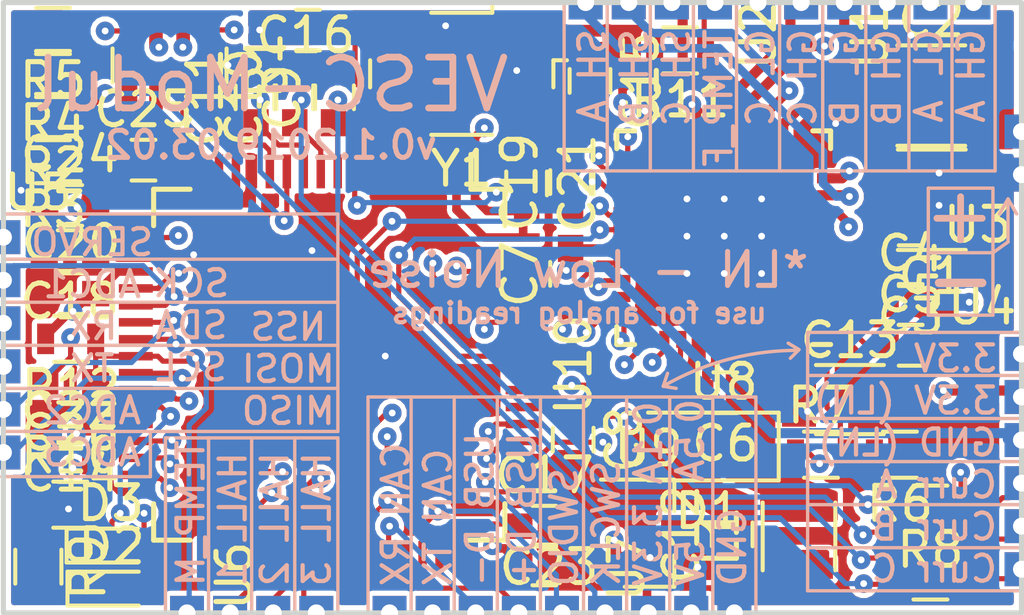
<source format=kicad_pcb>
(kicad_pcb (version 20171130) (host pcbnew "(5.0.0)")
  (layers (0 F.Cu signal hide) (1 In1.Cu signal hide) (2 In2.Cu signal hide) (31 B.Cu signal hide) (35 F.Paste user hide) (36 B.SilkS user) (37 F.SilkS user hide) (38 B.Mask user) (39 F.Mask user hide) (44 Edge.Cuts user))
  (net 0 "")
  (net 1 VDD)
  (net 2 GND_EXT)
  (net 3 "Net-(C4-Pad1)")
  (net 4 "Net-(C5-Pad1)")
  (net 5 "Net-(C5-Pad2)")
  (net 6 VAA)
  (net 7 AGND_EXT)
  (net 8 SERVO)
  (net 9 CURRENT_3)
  (net 10 CURRENT_2)
  (net 11 CURRENT_1)
  (net 12 VCC)
  (net 13 "Net-(C14-Pad1)")
  (net 14 "Net-(C17-Pad1)")
  (net 15 TEMP_FET_EXT)
  (net 16 TEMP_MOTOR_EXT)
  (net 17 "Net-(D2-Pad1)")
  (net 18 LED_R)
  (net 19 LED_G)
  (net 20 "Net-(D3-Pad1)")
  (net 21 VOLTAGE_3)
  (net 22 AN_IN)
  (net 23 VOLTAGE_1)
  (net 24 VOLTAGE_2)
  (net 25 SH3_EXT)
  (net 26 SH2_EXT)
  (net 27 SH1_EXT)
  (net 28 I3_EXT)
  (net 29 I2_EXT)
  (net 30 PWM_EXT)
  (net 31 I1_EXT)
  (net 32 L3)
  (net 33 H3)
  (net 34 L2)
  (net 35 H2)
  (net 36 L1)
  (net 37 H1)
  (net 38 EN_GATE)
  (net 39 CS)
  (net 40 SCK)
  (net 41 MOSI)
  (net 42 MISO)
  (net 43 FAULT)
  (net 44 GL3_EXT)
  (net 45 GH3_EXT)
  (net 46 GH2_EXT)
  (net 47 GL2_EXT)
  (net 48 GL1_EXT)
  (net 49 GH1_EXT)
  (net 50 CAN_TX_EXT)
  (net 51 CAN_RX_EXT)
  (net 52 SWCLK_EXT)
  (net 53 SWDIO_EXT)
  (net 54 USB_DP_EXT)
  (net 55 USB_DM_EXT)
  (net 56 HALL_3_EXT)
  (net 57 HALL_2_EXT)
  (net 58 HALL_1_EXT)
  (net 59 RX_SDA_NSS_EXT)
  (net 60 TX_SCL_MOSI_EXT)
  (net 61 ADC_15_EXT)
  (net 62 MISO_ADC2_EXT)
  (net 63 SCK_ADC_EXT)
  (net 64 5V)
  (net 65 "Net-(C6-Pad1)")
  (net 66 "Net-(C6-Pad2)")
  (net 67 "Net-(C15-Pad1)")
  (net 68 "Net-(C16-Pad2)")
  (net 69 "Net-(C19-Pad1)")
  (net 70 "Net-(R6-Pad2)")
  (module Capacitors_SMD:C_1210 (layer F.Cu) (at 127.3415 102.743)
    (fp_text reference C2 (at 0 -2.25) (layer F.SilkS))
    (fp_text value 4.7uF)
    (pad 2 smd rect (at 1.5 0) (size 1 2.5) (layers F.Cu F.Paste F.Mask) (net 1 VDD))
    (pad 1 smd rect (at -1.5 0) (size 1 2.5) (layers F.Cu F.Paste F.Mask) (net 2 GND_EXT))
  )
  (module Capacitors_SMD:C_0603 (layer F.Cu) (at 117.2845 102.3112 270)
    (fp_text reference C15 (at 0 -1.5 270) (layer F.SilkS))
    (fp_text value 15pF)
    (pad 2 smd rect (at 0.75 0 270) (size 0.8 0.75) (layers F.Cu F.Paste F.Mask) (net 2 GND_EXT))
    (pad 1 smd rect (at -0.75 0 270) (size 0.8 0.75) (layers F.Cu F.Paste F.Mask) (net 67 "Net-(C15-Pad1)"))
  )
  (module Resistors_SMD:R_0603 (layer F.Cu) (at 101.969 114.808)
    (fp_text reference R10 (at 0 -1.45) (layer F.SilkS))
    (fp_text value 220R)
    (pad 2 smd rect (at 0.75 0) (size 0.5 0.9) (layers F.Cu F.Paste F.Mask) (net 20 "Net-(D3-Pad1)"))
    (pad 1 smd rect (at -0.75 0) (size 0.5 0.9) (layers F.Cu F.Paste F.Mask) (net 2 GND_EXT))
  )
  (module user_defined:PINx6-1.27mm (layer F.Cu) (at 130 115.443 180)
    (fp_text reference U4 (at 1.1585 6.477 180) (layer F.SilkS))
    (fp_text value PINx6)
    (pad 1 thru_hole rect (at 0 -1.27 270) (size 1 1) (drill 0.5) (layers *.Cu *.Mask) (net 28 I3_EXT))
    (pad 2 thru_hole rect (at 0 0 180) (size 1 1) (drill 0.5) (layers *.Cu *.Mask) (net 29 I2_EXT))
    (pad 3 thru_hole rect (at 0 1.27 180) (size 1 1) (drill 0.5) (layers *.Cu *.Mask) (net 31 I1_EXT))
    (pad 4 thru_hole rect (at 0 2.54 180) (size 1 1) (drill 0.5) (layers *.Cu *.Mask) (net 7 AGND_EXT))
    (pad 5 thru_hole rect (at 0 3.81 180) (size 1 1) (drill 0.5) (layers *.Cu *.Mask) (net 6 VAA))
    (pad 6 thru_hole rect (at 0 5.08 180) (size 1 1) (drill 0.5) (layers *.Cu *.Mask) (net 12 VCC))
  )
  (module Resistors_SMD:R_Array_Convex_4x0603 (layer F.Cu) (at 127.3175 115.9256 180)
    (fp_text reference R8 (at 0 -0.2159 180) (layer F.SilkS))
    (fp_text value "ACAS 100R")
    (pad 5 smd rect (at 0.9 1.2 180) (size 0.8 0.5) (layers F.Cu F.Paste F.Mask) (net 8 SERVO))
    (pad 6 smd rect (at 0.9 0.4 180) (size 0.8 0.4) (layers F.Cu F.Paste F.Mask) (net 11 CURRENT_1))
    (pad 8 smd rect (at 0.9 -1.2 180) (size 0.8 0.5) (layers F.Cu F.Paste F.Mask) (net 9 CURRENT_3))
    (pad 7 smd rect (at 0.9 -0.4 180) (size 0.8 0.4) (layers F.Cu F.Paste F.Mask) (net 10 CURRENT_2))
    (pad 4 smd rect (at -0.9 1.2 180) (size 0.8 0.5) (layers F.Cu F.Paste F.Mask) (net 30 PWM_EXT))
    (pad 2 smd rect (at -0.9 -0.4 180) (size 0.8 0.4) (layers F.Cu F.Paste F.Mask) (net 29 I2_EXT))
    (pad 3 smd rect (at -0.9 0.4 180) (size 0.8 0.4) (layers F.Cu F.Paste F.Mask) (net 31 I1_EXT))
    (pad 1 smd rect (at -0.9 -1.2 180) (size 0.8 0.5) (layers F.Cu F.Paste F.Mask) (net 28 I3_EXT))
  )
  (module Resistors_SMD:R_0603 (layer F.Cu) (at 101.461 102.108 180)
    (fp_text reference R4 (at 0 -1.45 180) (layer F.SilkS))
    (fp_text value 5.6k)
    (pad 2 smd rect (at 0.75 0 180) (size 0.5 0.9) (layers F.Cu F.Paste F.Mask) (net 7 AGND_EXT))
    (pad 1 smd rect (at -0.726 0 180) (size 0.5 0.9) (layers F.Cu F.Paste F.Mask) (net 24 VOLTAGE_2))
  )
  (module Resistors_SMD:R_0603 (layer F.Cu) (at 101.461 104.648 180)
    (fp_text reference R3 (at 0 -1.45 180) (layer F.SilkS))
    (fp_text value 5.6k)
    (pad 1 smd rect (at -0.75 0 180) (size 0.5 0.9) (layers F.Cu F.Paste F.Mask) (net 21 VOLTAGE_3))
    (pad 2 smd rect (at 0.75 0 180) (size 0.5 0.9) (layers F.Cu F.Paste F.Mask) (net 7 AGND_EXT))
  )
  (module Resistors_SMD:R_0603 (layer F.Cu) (at 101.461 100.838 180)
    (fp_text reference R5 (at 0 -1.45 180) (layer F.SilkS))
    (fp_text value 5.6k)
    (pad 1 smd rect (at -0.726 0 180) (size 0.5 0.9) (layers F.Cu F.Paste F.Mask) (net 23 VOLTAGE_1))
    (pad 2 smd rect (at 0.75 0 180) (size 0.5 0.9) (layers F.Cu F.Paste F.Mask) (net 7 AGND_EXT))
  )
  (module user_defined:Crystal_SMD_Abracon_ABM3B-4pin_5.0x3.2mm (layer F.Cu) (at 113.506 102.1015 180)
    (fp_text reference Y1 (at 0 -2.8 180) (layer F.SilkS))
    (fp_text value ABM3B-8.000-U-T)
    (pad 4 smd rect (at -2 -1.2 180) (size 1.8 1.2) (layers F.Cu F.Paste F.Mask) (net 2 GND_EXT))
    (pad 3 smd rect (at 2 -1.2 180) (size 1.8 1.2) (layers F.Cu F.Paste F.Mask) (net 68 "Net-(C16-Pad2)"))
    (pad 2 smd rect (at 2 1.2 180) (size 1.8 1.2) (layers F.Cu F.Paste F.Mask) (net 2 GND_EXT))
    (pad 1 smd rect (at -2 1.2 180) (size 1.8 1.2) (layers F.Cu F.Paste F.Mask) (net 67 "Net-(C15-Pad1)"))
  )
  (module Capacitors_SMD:C_0603 (layer F.Cu) (at 126.734 107.7595 180)
    (fp_text reference C3 (at 0 -1.5 180) (layer F.SilkS))
    (fp_text value "100nF 60V")
    (pad 2 smd rect (at 0.75 0 180) (size 0.8 0.75) (layers F.Cu F.Paste F.Mask) (net 1 VDD))
    (pad 1 smd rect (at -0.75 0 180) (size 0.8 0.75) (layers F.Cu F.Paste F.Mask) (net 2 GND_EXT))
  )
  (module Capacitors_SMD:C_0603 (layer F.Cu) (at 126.734 108.9025)
    (fp_text reference C4 (at 0 -1.5) (layer F.SilkS))
    (fp_text value "1uF 16V")
    (pad 2 smd rect (at 0.75 -0.0025) (size 0.8 0.75) (layers F.Cu F.Paste F.Mask) (net 1 VDD))
    (pad 1 smd rect (at -0.75 -0.0025) (size 0.8 0.75) (layers F.Cu F.Paste F.Mask) (net 3 "Net-(C4-Pad1)"))
  )
  (module Capacitors_SMD:C_0603 (layer F.Cu) (at 126.734 110.109)
    (fp_text reference C5 (at 0 -1.5) (layer F.SilkS))
    (fp_text value "47nF 60V")
    (pad 2 smd rect (at 0.75 0) (size 0.8 0.75) (layers F.Cu F.Paste F.Mask) (net 5 "Net-(C5-Pad2)"))
    (pad 1 smd rect (at -0.75 0) (size 0.8 0.75) (layers F.Cu F.Paste F.Mask) (net 4 "Net-(C5-Pad1)"))
  )
  (module Capacitors_SMD:C_0603 (layer F.Cu) (at 121.273 111.506 180)
    (fp_text reference C6 (at 0 -1.5 180) (layer F.SilkS))
    (fp_text value 100nF)
    (pad 1 smd rect (at -0.75 0 180) (size 0.8 0.75) (layers F.Cu F.Paste F.Mask) (net 65 "Net-(C6-Pad1)"))
    (pad 2 smd rect (at 0.75 0 180) (size 0.8 0.75) (layers F.Cu F.Paste F.Mask) (net 66 "Net-(C6-Pad2)"))
  )
  (module Capacitors_SMD:C_0603 (layer F.Cu) (at 116.713 108.0015 90)
    (fp_text reference C7 (at 0 -1.5 90) (layer F.SilkS))
    (fp_text value 1uF)
    (pad 1 smd rect (at -0.75 0 90) (size 0.8 0.75) (layers F.Cu F.Paste F.Mask) (net 6 VAA))
    (pad 2 smd rect (at 0.75 0 90) (size 0.8 0.75) (layers F.Cu F.Paste F.Mask) (net 7 AGND_EXT))
  )
  (module Capacitors_SMD:C_0603 (layer F.Cu) (at 116.7892 112.891 270)
    (fp_text reference C8 (at 0 -1.5 270) (layer F.SilkS))
    (fp_text value 100nF)
    (pad 1 smd rect (at -0.75 0 270) (size 0.8 0.75) (layers F.Cu F.Paste F.Mask) (net 8 SERVO))
    (pad 2 smd rect (at 0.75 0 270) (size 0.8 0.75) (layers F.Cu F.Paste F.Mask) (net 2 GND_EXT))
  )
  (module Capacitors_SMD:C_0603 (layer F.Cu) (at 109.728 102.7945 90)
    (fp_text reference C9 (at 0 -1.5 90) (layer F.SilkS))
    (fp_text value 4.7nF)
    (pad 1 smd rect (at -0.75 0 90) (size 0.8 0.75) (layers F.Cu F.Paste F.Mask) (net 11 CURRENT_1))
    (pad 2 smd rect (at 0.75 0 90) (size 0.8 0.75) (layers F.Cu F.Paste F.Mask) (net 7 AGND_EXT))
  )
  (module Capacitors_SMD:C_0603 (layer F.Cu) (at 108.585 102.7945 90)
    (fp_text reference C10 (at 0 -1.5 90) (layer F.SilkS))
    (fp_text value 4.7nF)
    (pad 2 smd rect (at 0.75 0 90) (size 0.8 0.75) (layers F.Cu F.Paste F.Mask) (net 7 AGND_EXT))
    (pad 1 smd rect (at -0.75 0 90) (size 0.8 0.75) (layers F.Cu F.Paste F.Mask) (net 10 CURRENT_2))
  )
  (module Capacitors_SMD:C_0603 (layer F.Cu) (at 107.442 102.7945 90)
    (fp_text reference C11 (at 0 -1.5 90) (layer F.SilkS))
    (fp_text value 4.7nF)
    (pad 1 smd rect (at -0.75 0 90) (size 0.8 0.75) (layers F.Cu F.Paste F.Mask) (net 9 CURRENT_3))
    (pad 2 smd rect (at 0.75 0 90) (size 0.8 0.75) (layers F.Cu F.Paste F.Mask) (net 7 AGND_EXT))
  )
  (module Capacitors_SMD:C_0603 (layer F.Cu) (at 121.4755 115.685 90)
    (fp_text reference C12 (at 0 -1.5 90) (layer F.SilkS))
    (fp_text value 10uF)
    (pad 1 smd rect (at -0.75 0 90) (size 0.8 0.75) (layers F.Cu F.Paste F.Mask) (net 64 5V))
    (pad 2 smd rect (at 0.75 0 90) (size 0.8 0.75) (layers F.Cu F.Paste F.Mask) (net 2 GND_EXT))
  )
  (module Capacitors_SMD:C_0603 (layer F.Cu) (at 101.969 112.395 180)
    (fp_text reference C14 (at 0 -1.5 180) (layer F.SilkS))
    (fp_text value 2u2)
    (pad 1 smd rect (at -0.75 0 180) (size 0.8 0.75) (layers F.Cu F.Paste F.Mask) (net 13 "Net-(C14-Pad1)"))
    (pad 2 smd rect (at 0.75 0 180) (size 0.8 0.75) (layers F.Cu F.Paste F.Mask) (net 2 GND_EXT))
  )
  (module Capacitors_SMD:C_0603 (layer F.Cu) (at 108.978 100.8126)
    (fp_text reference C16 (at -0.0755 0.1524) (layer F.SilkS))
    (fp_text value 15pF)
    (pad 1 smd rect (at -0.75 0) (size 0.8 0.75) (layers F.Cu F.Paste F.Mask) (net 2 GND_EXT))
    (pad 2 smd rect (at 0.75 0) (size 0.8 0.75) (layers F.Cu F.Paste F.Mask) (net 68 "Net-(C16-Pad2)"))
  )
  (module Capacitors_SMD:C_0603 (layer F.Cu) (at 116.713 105.295 90)
    (fp_text reference C19 (at 0 -1.5 90) (layer F.SilkS))
    (fp_text value 100nF)
    (pad 2 smd rect (at 0.75 0 90) (size 0.8 0.75) (layers F.Cu F.Paste F.Mask) (net 2 GND_EXT))
    (pad 1 smd rect (at -0.75 0 90) (size 0.8 0.75) (layers F.Cu F.Paste F.Mask) (net 69 "Net-(C19-Pad1)"))
  )
  (module Capacitors_SMD:C_0603 (layer F.Cu) (at 115.939 115.443)
    (fp_text reference C17 (at 0 -1.5) (layer F.SilkS))
    (fp_text value 2u2)
    (pad 2 smd rect (at 0.75 0) (size 0.8 0.75) (layers F.Cu F.Paste F.Mask) (net 2 GND_EXT))
    (pad 1 smd rect (at -0.75 0) (size 0.8 0.75) (layers F.Cu F.Paste F.Mask) (net 14 "Net-(C17-Pad1)"))
  )
  (module Capacitors_SMD:C_0603 (layer F.Cu) (at 101.9535 107.315 180)
    (fp_text reference C18 (at 0 -1.5 180) (layer F.SilkS))
    (fp_text value 2.2uF)
    (pad 1 smd rect (at -0.7655 0 180) (size 0.8 0.75) (layers F.Cu F.Paste F.Mask) (net 15 TEMP_FET_EXT))
    (pad 2 smd rect (at 0.75 0 180) (size 0.8 0.75) (layers F.Cu F.Paste F.Mask) (net 7 AGND_EXT))
  )
  (module Capacitors_SMD:C_0603 (layer F.Cu) (at 101.993 108.585)
    (fp_text reference C20 (at 0 -1.5) (layer F.SilkS))
    (fp_text value 2.2uF)
    (pad 2 smd rect (at 0.726 0) (size 0.8 0.75) (layers F.Cu F.Paste F.Mask) (net 12 VCC))
    (pad 1 smd rect (at -0.75 0) (size 0.8 0.75) (layers F.Cu F.Paste F.Mask) (net 2 GND_EXT))
  )
  (module Capacitors_SMD:C_0603 (layer F.Cu) (at 115.4176 105.3345 270)
    (fp_text reference C21 (at 0 -1.5 270) (layer F.SilkS))
    (fp_text value 2.2uF)
    (pad 1 smd rect (at -0.7895 0 270) (size 0.8 0.75) (layers F.Cu F.Paste F.Mask) (net 2 GND_EXT))
    (pad 2 smd rect (at 0.75 0 270) (size 0.8 0.75) (layers F.Cu F.Paste F.Mask) (net 12 VCC))
  )
  (module Capacitors_SMD:C_0603 (layer F.Cu) (at 101.969 113.538)
    (fp_text reference C22 (at 0 -1.5) (layer F.SilkS))
    (fp_text value 2.2uF)
    (pad 2 smd rect (at 0.75 0) (size 0.8 0.75) (layers F.Cu F.Paste F.Mask) (net 12 VCC))
    (pad 1 smd rect (at -0.75 0) (size 0.8 0.75) (layers F.Cu F.Paste F.Mask) (net 2 GND_EXT))
  )
  (module Capacitors_SMD:C_0603 (layer F.Cu) (at 101.969 105.9815)
    (fp_text reference C24 (at 0 -1.5) (layer F.SilkS))
    (fp_text value 2.2uF)
    (pad 1 smd rect (at -0.75 0) (size 0.8 0.75) (layers F.Cu F.Paste F.Mask) (net 7 AGND_EXT))
    (pad 2 smd rect (at 0.75 0) (size 0.8 0.75) (layers F.Cu F.Paste F.Mask) (net 6 VAA))
  )
  (module Capacitors_SMD:C_0603 (layer F.Cu) (at 104.128 104.648)
    (fp_text reference C25 (at 0 -1.5) (layer F.SilkS))
    (fp_text value 100nF)
    (pad 2 smd rect (at 0.75 0) (size 0.8 0.75) (layers F.Cu F.Paste F.Mask) (net 6 VAA))
    (pad 1 smd rect (at -0.75 0) (size 0.8 0.75) (layers F.Cu F.Paste F.Mask) (net 7 AGND_EXT))
  )
  (module Capacitors_SMD:C_0603 (layer F.Cu) (at 101.969 111.1885 180)
    (fp_text reference C26 (at 0 -1.5 180) (layer F.SilkS))
    (fp_text value 2.2uF)
    (pad 1 smd rect (at -0.75 0 180) (size 0.8 0.75) (layers F.Cu F.Paste F.Mask) (net 16 TEMP_MOTOR_EXT))
    (pad 2 smd rect (at 0.75 0 180) (size 0.8 0.75) (layers F.Cu F.Paste F.Mask) (net 7 AGND_EXT))
  )
  (module Diodes_SMD:D_SOD-123F (layer F.Cu) (at 120.647 113.0935 180)
    (fp_text reference D1 (at -0.127 -1.905 180) (layer F.SilkS))
    (fp_text value DSS18UTR)
    (pad 2 smd rect (at 1.4 0 180) (size 1.1 1.1) (layers F.Cu F.Paste F.Mask) (net 2 GND_EXT))
    (pad 1 smd rect (at -1.4 0 180) (size 1.1 1.1) (layers F.Cu F.Paste F.Mask) (net 65 "Net-(C6-Pad1)"))
  )
  (module LEDs:LED_0603 (layer F.Cu) (at 103.1875 117.2845)
    (fp_text reference D2 (at 0 -1.25) (layer F.SilkS))
    (fp_text value RED)
    (pad 1 smd rect (at -0.8 0 180) (size 0.8 0.8) (layers F.Cu F.Paste F.Mask) (net 17 "Net-(D2-Pad1)"))
    (pad 2 smd rect (at 0.8 0 180) (size 0.8 0.8) (layers F.Cu F.Paste F.Mask) (net 18 LED_R))
  )
  (module LEDs:LED_0603 (layer F.Cu) (at 103.162 116.0145)
    (fp_text reference D3 (at 0 -1.25) (layer F.SilkS))
    (fp_text value GREEN)
    (pad 2 smd rect (at 0.8 0 180) (size 0.8 0.8) (layers F.Cu F.Paste F.Mask) (net 19 LED_G))
    (pad 1 smd rect (at -0.8 0 180) (size 0.8 0.8) (layers F.Cu F.Paste F.Mask) (net 20 "Net-(D3-Pad1)"))
  )
  (module user_defined:L_1008 (layer F.Cu) (at 123.444 115.7455 90)
    (fp_text reference L1 (at 0 -2.3 90) (layer F.SilkS))
    (fp_text value LQH2HPZ150MJRL)
    (pad 2 smd rect (at 0.9375 0 90) (size 0.625 2) (layers F.Cu F.Paste F.Mask) (net 65 "Net-(C6-Pad1)"))
    (pad 1 smd rect (at -0.9375 0 90) (size 0.625 2) (layers F.Cu F.Paste F.Mask) (net 64 5V))
  )
  (module Resistors_SMD:R_Array_Convex_4x0603 (layer F.Cu) (at 104.8955 101.854 270)
    (fp_text reference R1 (at 0 -2.8 270) (layer F.SilkS))
    (fp_text value "ACAS 100k")
    (pad 5 smd rect (at 0.9 1.2 270) (size 0.8 0.5) (layers F.Cu F.Paste F.Mask) (net 22 AN_IN))
    (pad 6 smd rect (at 0.9 0.4 270) (size 0.8 0.4) (layers F.Cu F.Paste F.Mask) (net 21 VOLTAGE_3))
    (pad 8 smd rect (at 0.9 -1.2 270) (size 0.8 0.5) (layers F.Cu F.Paste F.Mask) (net 23 VOLTAGE_1))
    (pad 7 smd rect (at 0.9 -0.4 270) (size 0.8 0.4) (layers F.Cu F.Paste F.Mask) (net 24 VOLTAGE_2))
    (pad 4 smd rect (at -0.9 1.2 270) (size 0.8 0.5) (layers F.Cu F.Paste F.Mask) (net 1 VDD))
    (pad 2 smd rect (at -0.9 -0.4 270) (size 0.8 0.4) (layers F.Cu F.Paste F.Mask) (net 26 SH2_EXT))
    (pad 3 smd rect (at -0.9 0.4 270) (size 0.8 0.4) (layers F.Cu F.Paste F.Mask) (net 25 SH3_EXT))
    (pad 1 smd rect (at -0.9 -1.2 270) (size 0.8 0.5) (layers F.Cu F.Paste F.Mask) (net 27 SH1_EXT))
  )
  (module Resistors_SMD:R_0603 (layer F.Cu) (at 126.4165 113.3348 180)
    (fp_text reference R6 (at 0 -1.45 180) (layer F.SilkS))
    (fp_text value 8.45k)
    (pad 1 smd rect (at -0.75 0 180) (size 0.5 0.9) (layers F.Cu F.Paste F.Mask) (net 2 GND_EXT))
    (pad 2 smd rect (at 0.75 0 180) (size 0.5 0.9) (layers F.Cu F.Paste F.Mask) (net 70 "Net-(R6-Pad2)"))
  )
  (module Resistors_SMD:R_0603 (layer F.Cu) (at 124.091 113.3348)
    (fp_text reference R7 (at 0 -1.45) (layer F.SilkS))
    (fp_text value 28k)
    (pad 2 smd rect (at 0.75 0) (size 0.5 0.9) (layers F.Cu F.Paste F.Mask) (net 70 "Net-(R6-Pad2)"))
    (pad 1 smd rect (at -0.75 0) (size 0.5 0.9) (layers F.Cu F.Paste F.Mask) (net 64 5V))
  )
  (module Resistors_SMD:R_0603 (layer F.Cu) (at 101.0285 116.6375 270)
    (fp_text reference R9 (at 0 -1.45 270) (layer F.SilkS))
    (fp_text value 220R)
    (pad 1 smd rect (at -0.75 0 270) (size 0.5 0.9) (layers F.Cu F.Paste F.Mask) (net 2 GND_EXT))
    (pad 2 smd rect (at 0.75 0 270) (size 0.5 0.9) (layers F.Cu F.Paste F.Mask) (net 17 "Net-(D2-Pad1)"))
  )
  (module Resistors_SMD:R_0603 (layer F.Cu) (at 119.9395 101.4095 180)
    (fp_text reference R11 (at 0 -1.45 180) (layer F.SilkS))
    (fp_text value 10k)
    (pad 1 smd rect (at -0.75 0 180) (size 0.5 0.9) (layers F.Cu F.Paste F.Mask) (net 15 TEMP_FET_EXT))
    (pad 2 smd rect (at 0.75 0 180) (size 0.5 0.9) (layers F.Cu F.Paste F.Mask) (net 12 VCC))
  )
  (module Resistors_SMD:R_0603 (layer F.Cu) (at 101.993 109.9185 180)
    (fp_text reference R12 (at 0 -1.45 180) (layer F.SilkS))
    (fp_text value 10k)
    (pad 2 smd rect (at 0.75 0 180) (size 0.5 0.9) (layers F.Cu F.Paste F.Mask) (net 12 VCC))
    (pad 1 smd rect (at -0.726 0 180) (size 0.5 0.9) (layers F.Cu F.Paste F.Mask) (net 16 TEMP_MOTOR_EXT))
  )
  (module Housings_DFN_QFN:QFN-40-1EP_6x6mm_Pitch0.5mm (layer F.Cu) (at 121.225 106.934 180)
    (fp_text reference U8 (at 0 -4.25 180) (layer F.SilkS))
    (fp_text value DRV8320RS)
    (pad 41 smd rect (at -1.725 -1.725 180) (size 1.15 1.15) (layers F.Cu F.Paste F.Mask) (net 2 GND_EXT))
    (pad 41 smd rect (at -1.725 -0.575 180) (size 1.15 1.15) (layers F.Cu F.Paste F.Mask) (net 2 GND_EXT))
    (pad 41 smd rect (at -1.725 0.575 180) (size 1.15 1.15) (layers F.Cu F.Paste F.Mask) (net 2 GND_EXT))
    (pad 41 smd rect (at -1.725 1.725 180) (size 1.15 1.15) (layers F.Cu F.Paste F.Mask) (net 2 GND_EXT))
    (pad 41 smd rect (at -0.575 -1.725 180) (size 1.15 1.15) (layers F.Cu F.Paste F.Mask) (net 2 GND_EXT))
    (pad 41 smd rect (at -0.575 -0.575 180) (size 1.15 1.15) (layers F.Cu F.Paste F.Mask) (net 2 GND_EXT))
    (pad 41 smd rect (at -0.575 0.575 180) (size 1.15 1.15) (layers F.Cu F.Paste F.Mask) (net 2 GND_EXT))
    (pad 41 smd rect (at -0.575 1.725 180) (size 1.15 1.15) (layers F.Cu F.Paste F.Mask) (net 2 GND_EXT))
    (pad 41 smd rect (at 0.575 -1.725 180) (size 1.15 1.15) (layers F.Cu F.Paste F.Mask) (net 2 GND_EXT))
    (pad 41 smd rect (at 0.575 -0.575 180) (size 1.15 1.15) (layers F.Cu F.Paste F.Mask) (net 2 GND_EXT))
    (pad 41 smd rect (at 0.575 0.575 180) (size 1.15 1.15) (layers F.Cu F.Paste F.Mask) (net 2 GND_EXT))
    (pad 41 smd rect (at 0.575 1.725 180) (size 1.15 1.15) (layers F.Cu F.Paste F.Mask) (net 2 GND_EXT))
    (pad 41 smd rect (at 1.725 -1.725 180) (size 1.15 1.15) (layers F.Cu F.Paste F.Mask) (net 2 GND_EXT))
    (pad 41 smd rect (at 1.725 -0.575 180) (size 1.15 1.15) (layers F.Cu F.Paste F.Mask) (net 2 GND_EXT))
    (pad 41 smd rect (at 1.725 0.575 180) (size 1.15 1.15) (layers F.Cu F.Paste F.Mask) (net 2 GND_EXT))
    (pad 41 smd rect (at 1.725 1.725 180) (size 1.15 1.15) (layers F.Cu F.Paste F.Mask) (net 2 GND_EXT))
    (pad 40 smd rect (at -2.25 -3 270) (size 0.5 0.3) (layers F.Cu F.Paste F.Mask) (net 70 "Net-(R6-Pad2)"))
    (pad 39 smd rect (at -1.75 -3 270) (size 0.5 0.3) (layers F.Cu F.Paste F.Mask))
    (pad 38 smd rect (at -1.25 -3 270) (size 0.5 0.3) (layers F.Cu F.Paste F.Mask) (net 1 VDD))
    (pad 37 smd rect (at -0.75 -3 270) (size 0.5 0.3) (layers F.Cu F.Paste F.Mask))
    (pad 36 smd rect (at -0.25 -3 270) (size 0.5 0.3) (layers F.Cu F.Paste F.Mask) (net 65 "Net-(C6-Pad1)"))
    (pad 35 smd rect (at 0.25 -3 270) (size 0.5 0.3) (layers F.Cu F.Paste F.Mask) (net 66 "Net-(C6-Pad2)"))
    (pad 34 smd rect (at 0.75 -3 270) (size 0.5 0.3) (layers F.Cu F.Paste F.Mask) (net 2 GND_EXT))
    (pad 33 smd rect (at 1.25 -3 270) (size 0.5 0.3) (layers F.Cu F.Paste F.Mask) (net 32 L3))
    (pad 32 smd rect (at 1.75 -3 270) (size 0.5 0.3) (layers F.Cu F.Paste F.Mask) (net 33 H3))
    (pad 31 smd rect (at 2.25 -3 270) (size 0.5 0.3) (layers F.Cu F.Paste F.Mask) (net 34 L2))
    (pad 30 smd rect (at 3 -2.25 180) (size 0.5 0.3) (layers F.Cu F.Paste F.Mask) (net 35 H2))
    (pad 29 smd rect (at 3 -1.75 180) (size 0.5 0.3) (layers F.Cu F.Paste F.Mask) (net 36 L1))
    (pad 28 smd rect (at 3 -1.25 180) (size 0.5 0.3) (layers F.Cu F.Paste F.Mask) (net 37 H1))
    (pad 27 smd rect (at 3 -0.75 180) (size 0.5 0.3) (layers F.Cu F.Paste F.Mask) (net 6 VAA))
    (pad 26 smd rect (at 3 -0.25 180) (size 0.5 0.3) (layers F.Cu F.Paste F.Mask) (net 7 AGND_EXT))
    (pad 25 smd rect (at 3 0.25 180) (size 0.5 0.3) (layers F.Cu F.Paste F.Mask) (net 38 EN_GATE))
    (pad 24 smd rect (at 3 0.75 180) (size 0.5 0.3) (layers F.Cu F.Paste F.Mask) (net 39 CS))
    (pad 23 smd rect (at 3 1.25 180) (size 0.5 0.3) (layers F.Cu F.Paste F.Mask) (net 40 SCK))
    (pad 22 smd rect (at 3 1.75 180) (size 0.5 0.3) (layers F.Cu F.Paste F.Mask) (net 41 MOSI))
    (pad 21 smd rect (at 3 2.25 180) (size 0.5 0.3) (layers F.Cu F.Paste F.Mask) (net 42 MISO))
    (pad 20 smd rect (at 2.25 3 270) (size 0.5 0.3) (layers F.Cu F.Paste F.Mask) (net 43 FAULT))
    (pad 19 smd rect (at 1.75 3 270) (size 0.5 0.3) (layers F.Cu F.Paste F.Mask) (net 2 GND_EXT))
    (pad 18 smd rect (at 1.25 3 270) (size 0.5 0.3) (layers F.Cu F.Paste F.Mask) (net 2 GND_EXT))
    (pad 17 smd rect (at 0.75 3 270) (size 0.5 0.3) (layers F.Cu F.Paste F.Mask) (net 44 GL3_EXT))
    (pad 16 smd rect (at 0.25 3 270) (size 0.5 0.3) (layers F.Cu F.Paste F.Mask) (net 25 SH3_EXT))
    (pad 15 smd rect (at -0.25 3 270) (size 0.5 0.3) (layers F.Cu F.Paste F.Mask) (net 45 GH3_EXT))
    (pad 14 smd rect (at -0.75 3 270) (size 0.5 0.3) (layers F.Cu F.Paste F.Mask) (net 46 GH2_EXT))
    (pad 13 smd rect (at -1.25 3 270) (size 0.5 0.3) (layers F.Cu F.Paste F.Mask) (net 26 SH2_EXT))
    (pad 12 smd rect (at -1.75 3 270) (size 0.5 0.3) (layers F.Cu F.Paste F.Mask) (net 47 GL2_EXT))
    (pad 11 smd rect (at -2.25 3 270) (size 0.5 0.3) (layers F.Cu F.Paste F.Mask) (net 2 GND_EXT))
    (pad 10 smd rect (at -3 2.25 180) (size 0.5 0.3) (layers F.Cu F.Paste F.Mask) (net 2 GND_EXT))
    (pad 9 smd rect (at -3 1.75 180) (size 0.5 0.3) (layers F.Cu F.Paste F.Mask) (net 48 GL1_EXT))
    (pad 8 smd rect (at -3 1.25 180) (size 0.5 0.3) (layers F.Cu F.Paste F.Mask) (net 27 SH1_EXT))
    (pad 7 smd rect (at -3 0.75 180) (size 0.5 0.3) (layers F.Cu F.Paste F.Mask) (net 49 GH1_EXT))
    (pad 6 smd rect (at -3 0.25 180) (size 0.5 0.3) (layers F.Cu F.Paste F.Mask) (net 1 VDD))
    (pad 5 smd rect (at -3 -0.25 180) (size 0.5 0.3) (layers F.Cu F.Paste F.Mask) (net 1 VDD))
    (pad 4 smd rect (at -3 -0.75 180) (size 0.5 0.3) (layers F.Cu F.Paste F.Mask) (net 3 "Net-(C4-Pad1)"))
    (pad 3 smd rect (at -3 -1.25 180) (size 0.5 0.3) (layers F.Cu F.Paste F.Mask) (net 5 "Net-(C5-Pad2)"))
    (pad 2 smd rect (at -3 -1.75 180) (size 0.5 0.3) (layers F.Cu F.Paste F.Mask) (net 4 "Net-(C5-Pad1)"))
    (pad 1 smd rect (at -3 -2.25 180) (size 0.5 0.3) (layers F.Cu F.Paste F.Mask) (net 2 GND_EXT))
  )
  (module Housings_QFP:LQFP-64_10x10mm_Pitch0.5mm (layer F.Cu) (at 109.601 110.6805 270)
    (fp_text reference U10 (at 0 -7.2 270) (layer F.SilkS))
    (fp_text value STM32F405RGTx)
    (pad 64 smd rect (at -3.75 -5.7) (size 1 0.25) (layers F.Cu F.Paste F.Mask) (net 12 VCC))
    (pad 63 smd rect (at -3.25 -5.7) (size 1 0.25) (layers F.Cu F.Paste F.Mask) (net 2 GND_EXT))
    (pad 62 smd rect (at -2.75 -5.7) (size 1 0.25) (layers F.Cu F.Paste F.Mask) (net 50 CAN_TX_EXT))
    (pad 61 smd rect (at -2.25 -5.7) (size 1 0.25) (layers F.Cu F.Paste F.Mask) (net 51 CAN_RX_EXT))
    (pad 60 smd rect (at -1.75 -5.7) (size 1 0.25) (layers F.Cu F.Paste F.Mask) (net 2 GND_EXT))
    (pad 59 smd rect (at -1.25 -5.7) (size 1 0.25) (layers F.Cu F.Paste F.Mask) (net 43 FAULT))
    (pad 58 smd rect (at -0.75 -5.7) (size 1 0.25) (layers F.Cu F.Paste F.Mask) (net 8 SERVO))
    (pad 57 smd rect (at -0.25 -5.7) (size 1 0.25) (layers F.Cu F.Paste F.Mask) (net 38 EN_GATE))
    (pad 56 smd rect (at 0.25 -5.7) (size 1 0.25) (layers F.Cu F.Paste F.Mask))
    (pad 55 smd rect (at 0.75 -5.7) (size 1 0.25) (layers F.Cu F.Paste F.Mask))
    (pad 54 smd rect (at 1.25 -5.7) (size 1 0.25) (layers F.Cu F.Paste F.Mask))
    (pad 53 smd rect (at 1.75 -5.7) (size 1 0.25) (layers F.Cu F.Paste F.Mask) (net 41 MOSI))
    (pad 52 smd rect (at 2.25 -5.7) (size 1 0.25) (layers F.Cu F.Paste F.Mask) (net 42 MISO))
    (pad 51 smd rect (at 2.75 -5.7) (size 1 0.25) (layers F.Cu F.Paste F.Mask) (net 40 SCK))
    (pad 50 smd rect (at 3.25 -5.7) (size 1 0.25) (layers F.Cu F.Paste F.Mask))
    (pad 49 smd rect (at 3.75 -5.7) (size 1 0.25) (layers F.Cu F.Paste F.Mask) (net 52 SWCLK_EXT))
    (pad 48 smd rect (at 5.7 -3.75 270) (size 1 0.25) (layers F.Cu F.Paste F.Mask) (net 12 VCC))
    (pad 47 smd rect (at 5.7 -3.25 270) (size 1 0.25) (layers F.Cu F.Paste F.Mask) (net 14 "Net-(C17-Pad1)"))
    (pad 46 smd rect (at 5.7 -2.75 270) (size 1 0.25) (layers F.Cu F.Paste F.Mask) (net 53 SWDIO_EXT))
    (pad 45 smd rect (at 5.7 -2.25 270) (size 1 0.25) (layers F.Cu F.Paste F.Mask) (net 54 USB_DP_EXT))
    (pad 44 smd rect (at 5.7 -1.75 270) (size 1 0.25) (layers F.Cu F.Paste F.Mask) (net 55 USB_DM_EXT))
    (pad 43 smd rect (at 5.7 -1.25 270) (size 1 0.25) (layers F.Cu F.Paste F.Mask) (net 33 H3))
    (pad 42 smd rect (at 5.7 -0.75 270) (size 1 0.25) (layers F.Cu F.Paste F.Mask) (net 35 H2))
    (pad 41 smd rect (at 5.7 -0.25 270) (size 1 0.25) (layers F.Cu F.Paste F.Mask) (net 37 H1))
    (pad 40 smd rect (at 5.7 0.25 270) (size 1 0.25) (layers F.Cu F.Paste F.Mask) (net 39 CS))
    (pad 39 smd rect (at 5.7 0.75 270) (size 1 0.25) (layers F.Cu F.Paste F.Mask) (net 56 HALL_3_EXT))
    (pad 38 smd rect (at 5.7 1.25 270) (size 1 0.25) (layers F.Cu F.Paste F.Mask) (net 57 HALL_2_EXT))
    (pad 37 smd rect (at 5.7 1.75 270) (size 1 0.25) (layers F.Cu F.Paste F.Mask) (net 58 HALL_1_EXT))
    (pad 36 smd rect (at 5.7 2.25 270) (size 1 0.25) (layers F.Cu F.Paste F.Mask) (net 32 L3))
    (pad 35 smd rect (at 5.7 2.75 270) (size 1 0.25) (layers F.Cu F.Paste F.Mask) (net 34 L2))
    (pad 34 smd rect (at 5.7 3.25 270) (size 1 0.25) (layers F.Cu F.Paste F.Mask) (net 36 L1))
    (pad 33 smd rect (at 5.7 3.75 270) (size 1 0.25) (layers F.Cu F.Paste F.Mask))
    (pad 32 smd rect (at 3.75 5.7) (size 1 0.25) (layers F.Cu F.Paste F.Mask) (net 12 VCC))
    (pad 31 smd rect (at 3.25 5.7) (size 1 0.25) (layers F.Cu F.Paste F.Mask) (net 13 "Net-(C14-Pad1)"))
    (pad 30 smd rect (at 2.75 5.7) (size 1 0.25) (layers F.Cu F.Paste F.Mask) (net 59 RX_SDA_NSS_EXT))
    (pad 29 smd rect (at 2.25 5.7) (size 1 0.25) (layers F.Cu F.Paste F.Mask) (net 60 TX_SCL_MOSI_EXT))
    (pad 28 smd rect (at 1.75 5.7) (size 1 0.25) (layers F.Cu F.Paste F.Mask))
    (pad 27 smd rect (at 1.25 5.7) (size 1 0.25) (layers F.Cu F.Paste F.Mask) (net 18 LED_R))
    (pad 26 smd rect (at 0.75 5.7) (size 1 0.25) (layers F.Cu F.Paste F.Mask) (net 19 LED_G))
    (pad 25 smd rect (at 0.25 5.7) (size 1 0.25) (layers F.Cu F.Paste F.Mask) (net 61 ADC_15_EXT))
    (pad 24 smd rect (at -0.25 5.7) (size 1 0.25) (layers F.Cu F.Paste F.Mask) (net 16 TEMP_MOTOR_EXT))
    (pad 23 smd rect (at -0.75 5.7) (size 1 0.25) (layers F.Cu F.Paste F.Mask) (net 60 TX_SCL_MOSI_EXT))
    (pad 22 smd rect (at -1.25 5.7) (size 1 0.25) (layers F.Cu F.Paste F.Mask) (net 62 MISO_ADC2_EXT))
    (pad 21 smd rect (at -1.75 5.7) (size 1 0.25) (layers F.Cu F.Paste F.Mask) (net 63 SCK_ADC_EXT))
    (pad 20 smd rect (at -2.25 5.7) (size 1 0.25) (layers F.Cu F.Paste F.Mask) (net 59 RX_SDA_NSS_EXT))
    (pad 19 smd rect (at -2.75 5.7) (size 1 0.25) (layers F.Cu F.Paste F.Mask) (net 12 VCC))
    (pad 18 smd rect (at -3.25 5.7) (size 1 0.25) (layers F.Cu F.Paste F.Mask) (net 2 GND_EXT))
    (pad 17 smd rect (at -3.75 5.7) (size 1 0.25) (layers F.Cu F.Paste F.Mask) (net 15 TEMP_FET_EXT))
    (pad 16 smd rect (at -5.7 3.75 270) (size 1 0.25) (layers F.Cu F.Paste F.Mask) (net 21 VOLTAGE_3))
    (pad 15 smd rect (at -5.7 3.25 270) (size 1 0.25) (layers F.Cu F.Paste F.Mask) (net 24 VOLTAGE_2))
    (pad 14 smd rect (at -5.7 2.75 270) (size 1 0.25) (layers F.Cu F.Paste F.Mask) (net 23 VOLTAGE_1))
    (pad 13 smd rect (at -5.7 2.25 270) (size 1 0.25) (layers F.Cu F.Paste F.Mask) (net 6 VAA))
    (pad 12 smd rect (at -5.7 1.75 270) (size 1 0.25) (layers F.Cu F.Paste F.Mask) (net 7 AGND_EXT))
    (pad 11 smd rect (at -5.7 1.25 270) (size 1 0.25) (layers F.Cu F.Paste F.Mask) (net 22 AN_IN))
    (pad 10 smd rect (at -5.7 0.75 270) (size 1 0.25) (layers F.Cu F.Paste F.Mask) (net 9 CURRENT_3))
    (pad 9 smd rect (at -5.7 0.25 270) (size 1 0.25) (layers F.Cu F.Paste F.Mask) (net 10 CURRENT_2))
    (pad 8 smd rect (at -5.7 -0.25 270) (size 1 0.25) (layers F.Cu F.Paste F.Mask) (net 11 CURRENT_1))
    (pad 7 smd rect (at -5.7 -0.75 270) (size 1 0.25) (layers F.Cu F.Paste F.Mask) (net 69 "Net-(C19-Pad1)"))
    (pad 6 smd rect (at -5.7 -1.25 270) (size 1 0.25) (layers F.Cu F.Paste F.Mask) (net 68 "Net-(C16-Pad2)"))
    (pad 5 smd rect (at -5.7 -1.75 270) (size 1 0.25) (layers F.Cu F.Paste F.Mask) (net 67 "Net-(C15-Pad1)"))
    (pad 4 smd rect (at -5.7 -2.25 270) (size 1 0.25) (layers F.Cu F.Paste F.Mask))
    (pad 3 smd rect (at -5.7 -2.75 270) (size 1 0.25) (layers F.Cu F.Paste F.Mask))
    (pad 2 smd rect (at -5.7 -3.25 270) (size 1 0.25) (layers F.Cu F.Paste F.Mask))
    (pad 1 smd rect (at -5.7 -3.75 270) (size 1 0.25) (layers F.Cu F.Paste F.Mask) (net 12 VCC))
  )
  (module user_defined:PINx6-1.27mm (layer F.Cu) (at 127.3175 100 270)
    (fp_text reference U1 (at 0.965 1.778 270) (layer F.SilkS))
    (fp_text value PINx6)
    (pad 6 thru_hole rect (at 0 5.08 270) (size 1 1) (drill 0.5) (layers *.Cu *.Mask) (net 44 GL3_EXT))
    (pad 5 thru_hole rect (at 0 3.81 270) (size 1 1) (drill 0.5) (layers *.Cu *.Mask) (net 45 GH3_EXT))
    (pad 4 thru_hole rect (at 0 2.54 270) (size 1 1) (drill 0.5) (layers *.Cu *.Mask) (net 47 GL2_EXT))
    (pad 3 thru_hole rect (at 0 1.27 270) (size 1 1) (drill 0.5) (layers *.Cu *.Mask) (net 46 GH2_EXT))
    (pad 2 thru_hole rect (at 0 0 270) (size 1 1) (drill 0.5) (layers *.Cu *.Mask) (net 48 GL1_EXT))
    (pad 1 thru_hole rect (at 0 -1.27) (size 1 1) (drill 0.5) (layers *.Cu *.Mask) (net 49 GH1_EXT))
  )
  (module user_defined:PINx4-1.27mm (layer F.Cu) (at 118.4275 100 90)
    (fp_text reference U2 (at -0.965 3.81 90) (layer F.SilkS))
    (fp_text value PINx4)
    (pad 4 thru_hole rect (at 0 2.54 90) (size 1 1) (drill 0.5) (layers *.Cu *.Mask) (net 15 TEMP_FET_EXT))
    (pad 3 thru_hole rect (at 0 1.27 90) (size 1 1) (drill 0.5) (layers *.Cu *.Mask) (net 25 SH3_EXT))
    (pad 2 thru_hole rect (at 0 0 90) (size 1 1) (drill 0.5) (layers *.Cu *.Mask) (net 26 SH2_EXT))
    (pad 1 thru_hole rect (at 0 -1.27 180) (size 1 1) (drill 0.5) (layers *.Cu *.Mask) (net 27 SH1_EXT))
  )
  (module user_defined:PINx2-1.27mm (layer F.Cu) (at 130 105.075)
    (fp_text reference U3 (at -1.2855 1.478) (layer F.SilkS))
    (fp_text value PINx2)
    (pad 1 thru_hole rect (at 0 -1.27 90) (size 1 1) (drill 0.5) (layers *.Cu *.Mask) (net 1 VDD))
    (pad 2 thru_hole rect (at 0 0) (size 1 1) (drill 0.5) (layers *.Cu *.Mask) (net 2 GND_EXT))
  )
  (module user_defined:PINx6-1.27mm (layer F.Cu) (at 100 112 180)
    (fp_text reference U5 (at -1.0285 6.3995 180) (layer F.SilkS))
    (fp_text value PINx6)
    (pad 1 thru_hole rect (at 0 -1.27 270) (size 1 1) (drill 0.5) (layers *.Cu *.Mask) (net 61 ADC_15_EXT))
    (pad 2 thru_hole rect (at 0 0 180) (size 1 1) (drill 0.5) (layers *.Cu *.Mask) (net 62 MISO_ADC2_EXT))
    (pad 3 thru_hole rect (at 0 1.27 180) (size 1 1) (drill 0.5) (layers *.Cu *.Mask) (net 60 TX_SCL_MOSI_EXT))
    (pad 4 thru_hole rect (at 0 2.54 180) (size 1 1) (drill 0.5) (layers *.Cu *.Mask) (net 59 RX_SDA_NSS_EXT))
    (pad 5 thru_hole rect (at 0 3.81 180) (size 1 1) (drill 0.5) (layers *.Cu *.Mask) (net 63 SCK_ADC_EXT))
    (pad 6 thru_hole rect (at 0 5.08 180) (size 1 1) (drill 0.5) (layers *.Cu *.Mask) (net 30 PWM_EXT))
  )
  (module user_defined:PINx4-1.27mm (layer F.Cu) (at 106.68 118 90)
    (fp_text reference U6 (at 1.0965 0.127 90) (layer F.SilkS))
    (fp_text value PINx4)
    (pad 1 thru_hole rect (at 0 -1.27 180) (size 1 1) (drill 0.5) (layers *.Cu *.Mask) (net 16 TEMP_MOTOR_EXT))
    (pad 2 thru_hole rect (at 0 0 90) (size 1 1) (drill 0.5) (layers *.Cu *.Mask) (net 58 HALL_1_EXT))
    (pad 3 thru_hole rect (at 0 1.27 90) (size 1 1) (drill 0.5) (layers *.Cu *.Mask) (net 57 HALL_2_EXT))
    (pad 4 thru_hole rect (at 0 2.54 90) (size 1 1) (drill 0.5) (layers *.Cu *.Mask) (net 56 HALL_3_EXT))
  )
  (module Capacitors_SMD:C_0603 (layer F.Cu) (at 115.939 116.586 180)
    (fp_text reference C23 (at -0.139 -0.0635 180) (layer F.SilkS))
    (fp_text value 2.2uF)
    (pad 1 smd rect (at -0.75 0 180) (size 0.8 0.75) (layers F.Cu F.Paste F.Mask) (net 2 GND_EXT))
    (pad 2 smd rect (at 0.75 0 180) (size 0.8 0.75) (layers F.Cu F.Paste F.Mask) (net 12 VCC))
  )
  (module Resistors_SMD:R_0603 (layer F.Cu) (at 101.461 103.378 180)
    (fp_text reference R2 (at 0 -1.45 180) (layer F.SilkS))
    (fp_text value 5.6k)
    (pad 2 smd rect (at 0.75 0 180) (size 0.5 0.9) (layers F.Cu F.Paste F.Mask) (net 7 AGND_EXT))
    (pad 1 smd rect (at -0.75 0 180) (size 0.5 0.9) (layers F.Cu F.Paste F.Mask) (net 22 AN_IN))
  )
  (module TO_SOT_Packages_SMD:SOT-23 (layer F.Cu) (at 119.0084 115.65)
    (fp_text reference U9 (at 0 -2.5) (layer F.SilkS))
    (fp_text value MCP1700-3.3V)
    (pad 3 smd rect (at 1 0) (size 0.9 0.8) (layers F.Cu F.Paste F.Mask) (net 64 5V))
    (pad 2 smd rect (at -1 0.95) (size 0.9 0.8) (layers F.Cu F.Paste F.Mask) (net 12 VCC))
    (pad 1 smd rect (at -1 -0.95) (size 0.9 0.8) (layers F.Cu F.Paste F.Mask) (net 2 GND_EXT))
  )
  (module user_defined:PINx9-1.27mm (layer F.Cu) (at 112.649 118 90)
    (fp_text reference U7 (at 1.3505 5.715 90) (layer F.SilkS))
    (fp_text value PINx9)
    (pad 1 thru_hole rect (at 0 -1.27 180) (size 1 1) (drill 0.5) (layers *.Cu *.Mask) (net 51 CAN_RX_EXT))
    (pad 2 thru_hole rect (at 0 0 90) (size 1 1) (drill 0.5) (layers *.Cu *.Mask) (net 50 CAN_TX_EXT))
    (pad 3 thru_hole rect (at 0 1.27 90) (size 1 1) (drill 0.5) (layers *.Cu *.Mask) (net 55 USB_DM_EXT))
    (pad 4 thru_hole rect (at 0 2.54 90) (size 1 1) (drill 0.5) (layers *.Cu *.Mask) (net 54 USB_DP_EXT))
    (pad 5 thru_hole rect (at 0 3.81 90) (size 1 1) (drill 0.5) (layers *.Cu *.Mask) (net 53 SWDIO_EXT))
    (pad 6 thru_hole rect (at 0 5.08 90) (size 1 1) (drill 0.5) (layers *.Cu *.Mask) (net 52 SWCLK_EXT))
    (pad 7 thru_hole rect (at 0 6.35 90) (size 1 1) (drill 0.5) (layers *.Cu *.Mask) (net 12 VCC))
    (pad 8 thru_hole rect (at 0 7.62 90) (size 1 1) (drill 0.5) (layers *.Cu *.Mask) (net 64 5V))
    (pad 9 thru_hole rect (at 0 8.89 90) (size 1 1) (drill 0.5) (layers *.Cu *.Mask) (net 2 GND_EXT))
  )
  (module Capacitors_SMD:C_1210 (layer F.Cu) (at 127.357 105.8164 180)
    (fp_text reference C1 (at 0 -2.25 180) (layer F.SilkS))
    (fp_text value 4.7uF)
    (pad 2 smd rect (at 1.5 0 180) (size 1 2.5) (layers F.Cu F.Paste F.Mask) (net 1 VDD))
    (pad 1 smd rect (at -1.5 0 180) (size 1 2.5) (layers F.Cu F.Paste F.Mask) (net 2 GND_EXT))
  )
  (module Capacitors_SMD:C_1206 (layer F.Cu) (at 124.944 111.7092)
    (fp_text reference C13 (at 0 -1.75) (layer F.SilkS))
    (fp_text value "2.2uF 60V")
    (pad 2 smd rect (at 1.5 0) (size 1 1.6) (layers F.Cu F.Paste F.Mask) (net 2 GND_EXT))
    (pad 1 smd rect (at -1.5 0) (size 1 1.6) (layers F.Cu F.Paste F.Mask) (net 1 VDD))
  )
  (gr_text "A\nB\nC\n\nC\nC\nB\nB\nA\nA" (at 122.936 102.8065 90) (layer B.SilkS) (effects (font (size 0.77 0.75) (thickness 0.125)) (justify left mirror)))
  (gr_line (start 129.6035 105.791) (end 129.8575 106.2355) (layer B.SilkS) (width 0.1))
  (gr_line (start 129.3495 106.2355) (end 129.6035 105.791) (layer B.SilkS) (width 0.1))
  (gr_line (start 129.6035 107.061) (end 129.159 107.3785) (layer B.SilkS) (width 0.1))
  (gr_line (start 129.6035 105.791) (end 129.6035 107.061) (layer B.SilkS) (width 0.1))
  (gr_line (start 127.254 107.3785) (end 129.159 107.3785) (layer B.SilkS) (width 0.1))
  (gr_line (start 129.159 105.4735) (end 127.254 105.4735) (layer B.SilkS) (width 0.1))
  (gr_line (start 129.159 109.22) (end 129.159 105.4735) (layer B.SilkS) (width 0.1))
  (gr_line (start 127.254 109.22) (end 129.159 109.22) (layer B.SilkS) (width 0.1))
  (gr_line (start 127.254 105.4735) (end 127.254 109.22) (layer B.SilkS) (width 0.1))
  (gr_line (start 128.8415 108.2675) (end 127.5715 108.2675) (layer B.SilkS) (width 0.25))
  (gr_line (start 128.2065 105.7275) (end 128.2065 106.9975) (layer B.SilkS) (width 0.2))
  (gr_line (start 128.8415 106.3625) (end 127.508 106.3625) (layer B.SilkS) (width 0.2))
  (gr_text v0.1.2019.03.02 (at 107.8865 104.2035) (layer B.SilkS) (effects (font (size 0.8 0.8)) (justify mirror)))
  (gr_text VESC-Modul (at 107.8865 102.4255) (layer B.SilkS) (effects (font (size 1.5 1.5) (thickness 0.2)) (justify mirror)))
  (gr_line (start 117.7925 100.0125) (end 117.7925 104.9655) (layer B.SilkS) (width 0.1))
  (gr_line (start 119.0625 100.0125) (end 119.0625 104.9655) (layer B.SilkS) (width 0.1))
  (gr_line (start 120.3325 100.0125) (end 120.3325 104.9655) (layer B.SilkS) (width 0.1))
  (gr_line (start 121.6025 100.0125) (end 121.6025 104.9655) (layer B.SilkS) (width 0.1))
  (gr_line (start 122.8725 100.0125) (end 122.8725 104.9655) (layer B.SilkS) (width 0.1))
  (gr_line (start 124.1425 100.0125) (end 124.1425 104.9655) (layer B.SilkS) (width 0.1))
  (gr_line (start 125.4125 104.9655) (end 125.4125 100.0125) (layer B.SilkS) (width 0.1))
  (gr_line (start 126.6825 100.0125) (end 126.6825 104.9655) (layer B.SilkS) (width 0.1))
  (gr_line (start 127.9525 100.0125) (end 127.9525 104.9655) (layer B.SilkS) (width 0.1))
  (gr_line (start 129.2225 104.9655) (end 129.2225 100.0125) (layer B.SilkS) (width 0.1))
  (gr_line (start 116.5225 104.9655) (end 129.2225 104.9655) (layer B.SilkS) (width 0.1))
  (gr_line (start 116.5225 100.0125) (end 116.5225 104.9655) (layer B.SilkS) (width 0.1))
  (gr_text "SH\nSH\nSH\nTEMP_F\nGL\nGH\nGL \nGH\nGL \nGH" (at 122.936 100.711 90) (layer B.SilkS) (effects (font (size 0.77 0.75) (thickness 0.125)) (justify left mirror)))
  (gr_text "use for analog readings" (at 116.967 109.1565) (layer B.SilkS) (effects (font (size 0.6 0.6) (thickness 0.125)) (justify mirror)))
  (gr_text "*LN - Low Noise" (at 117.221 107.8865) (layer B.SilkS) (effects (font (size 1 1)) (justify mirror)))
  (gr_line (start 123.444 110.236) (end 123.19 110.49) (layer B.SilkS) (width 0.1))
  (gr_line (start 123.444 110.236) (end 123.1265 110.0455) (layer B.SilkS) (width 0.1))
  (gr_line (start 119.4435 111.3155) (end 119.8245 111.379) (layer B.SilkS) (width 0.1))
  (gr_line (start 119.5705 110.9345) (end 119.4435 111.3155) (layer B.SilkS) (width 0.1))
  (gr_arc (start 123.389 118.149306) (end 123.389 110.258306) (angle -30) (layer B.SilkS) (width 0.1))
  (gr_line (start 129.9845 110.998) (end 123.698 110.998) (layer B.SilkS) (width 0.1))
  (gr_line (start 129.9845 112.268) (end 123.698 112.268) (layer B.SilkS) (width 0.1))
  (gr_line (start 129.9845 116.078) (end 123.698 116.078) (layer B.SilkS) (width 0.1))
  (gr_line (start 129.9845 114.808) (end 123.698 114.808) (layer B.SilkS) (width 0.1))
  (gr_line (start 129.9845 109.728) (end 123.698 109.728) (layer B.SilkS) (width 0.1))
  (gr_line (start 123.698 113.538) (end 123.698 109.728) (layer B.SilkS) (width 0.1))
  (gr_line (start 129.9845 113.538) (end 123.698 113.538) (layer B.SilkS) (width 0.1))
  (gr_line (start 123.698 117.348) (end 123.698 113.6015) (layer B.SilkS) (width 0.1))
  (gr_line (start 129.9845 117.348) (end 123.698 117.348) (layer B.SilkS) (width 0.1))
  (gr_line (start 122.174 111.633) (end 119.634 111.633) (layer B.SilkS) (width 0.1))
  (gr_line (start 119.634 111.633) (end 110.871 111.633) (layer B.SilkS) (width 0.1))
  (gr_text "3.3V\n3.3V (LN)\nGND (LN)\nCurr A\nCurr B\nCurr C" (at 129.3495 113.6015) (layer B.SilkS) (effects (font (size 0.77 0.75) (thickness 0.125)) (justify left mirror)))
  (gr_line (start 120.904 117.983) (end 120.904 111.633) (layer B.SilkS) (width 0.1))
  (gr_line (start 119.634 117.983) (end 119.634 111.633) (layer B.SilkS) (width 0.1))
  (gr_line (start 118.364 117.983) (end 118.364 111.633) (layer B.SilkS) (width 0.1))
  (gr_line (start 117.094 117.983) (end 117.094 111.633) (layer B.SilkS) (width 0.1))
  (gr_line (start 115.824 117.983) (end 115.824 111.633) (layer B.SilkS) (width 0.1))
  (gr_line (start 114.554 117.983) (end 114.554 111.633) (layer B.SilkS) (width 0.1))
  (gr_line (start 113.284 117.983) (end 113.284 111.633) (layer B.SilkS) (width 0.1))
  (gr_line (start 112.014 117.983) (end 112.014 111.633) (layer B.SilkS) (width 0.1))
  (gr_line (start 110.871 111.633) (end 110.744 111.633) (layer B.SilkS) (width 0.1))
  (gr_line (start 110.744 117.983) (end 110.744 111.633) (layer B.SilkS) (width 0.1))
  (gr_line (start 122.174 117.983) (end 122.174 111.633) (layer B.SilkS) (width 0.1))
  (gr_text "CAN RX\nCAN TX\nUSB D-\nUSB D+\nSWDIO\nSWCLK\n0.1A 3.3V\n0.5A   5V\nGND" (at 116.5225 117.2845 90) (layer B.SilkS) (effects (font (size 0.77 0.75) (thickness 0.125)) (justify right mirror)))
  (gr_line (start 106.045 117.983) (end 106.045 112.8395) (layer B.SilkS) (width 0.1))
  (gr_line (start 107.315 117.983) (end 107.315 112.8395) (layer B.SilkS) (width 0.1))
  (gr_line (start 108.585 117.983) (end 108.585 112.8395) (layer B.SilkS) (width 0.1))
  (gr_line (start 109.855 112.8395) (end 109.855 117.983) (layer B.SilkS) (width 0.1))
  (gr_line (start 104.775 112.8395) (end 109.855 112.8395) (layer B.SilkS) (width 0.1))
  (gr_line (start 104.775 117.983) (end 104.775 112.8395) (layer B.SilkS) (width 0.1))
  (gr_line (start 104.3305 113.9825) (end 104.3305 112.649) (layer B.SilkS) (width 0.1))
  (gr_text "TEMP_M\nHALL 1\nHALL 2\nHALL 3" (at 107.3785 117.2845 90) (layer B.SilkS) (effects (font (size 0.77 0.75) (thickness 0.125)) (justify right mirror)))
  (gr_line (start 100.0125 112.649) (end 109.855 112.649) (layer B.SilkS) (width 0.1))
  (gr_line (start 100.0125 111.379) (end 109.855 111.379) (layer B.SilkS) (width 0.1))
  (gr_line (start 100.0125 108.839) (end 109.855 108.839) (layer B.SilkS) (width 0.1))
  (gr_line (start 100.0125 110.109) (end 109.855 110.109) (layer B.SilkS) (width 0.1))
  (gr_line (start 100.0125 107.569) (end 109.855 107.569) (layer B.SilkS) (width 0.1))
  (gr_line (start 104.3305 113.9825) (end 99.949 113.9825) (layer B.SilkS) (width 0.1))
  (gr_line (start 109.855 106.2355) (end 109.855 112.649) (layer B.SilkS) (width 0.1))
  (gr_line (start 100.0125 106.2355) (end 109.855 106.2355) (layer B.SilkS) (width 0.1))
  (gr_text "NSS\nMOSI\nMISO\n" (at 108.3945 110.8075) (layer B.SilkS) (effects (font (size 0.77 0.75) (thickness 0.125)) (justify mirror)))
  (gr_text "\nSCK\nSDA\nSCL\n" (at 105.537 108.9025) (layer B.SilkS) (effects (font (size 0.77 0.75) (thickness 0.125)) (justify mirror)))
  (gr_text "SERVO\nADC1\nRX\nTX\nADC2\nADC3" (at 102.616 110.1725) (layer B.SilkS) (effects (font (size 0.77 0.75) (thickness 0.125)) (justify mirror)))
  (gr_line (start 100 100) (end 130 100) (layer Edge.Cuts) (width 0.15))
  (gr_line (start 100 100) (end 100 118) (layer Edge.Cuts) (width 0.15))
  (gr_line (start 130 100) (end 130 118) (layer Edge.Cuts) (width 0.15))
  (gr_line (start 100 118) (end 130 118) (layer Edge.Cuts) (width 0.15))
  (segment (start 124.285 107.184) (end 124.285 106.934) (width 0.3) (layer F.Cu) (net 1))
  (segment (start 124.285 106.934) (end 124.285 106.684) (width 0.3) (layer F.Cu) (net 1))
  (segment (start 122.475 110.364) (end 122.475 109.934) (width 0.254) (layer F.Cu) (net 1))
  (segment (start 123.444 111.333) (end 122.475 110.364) (width 0.254) (layer F.Cu) (net 1))
  (segment (start 123.444 111.633) (end 123.444 111.333) (width 0.254) (layer F.Cu) (net 1))
  (via (at 128.4605 108.839) (size 0.55) (drill 0.2) (layers F.Cu B.Cu) (net 1))
  (segment (start 128.4605 108.839) (end 127.484 108.839) (width 0.5) (layer F.Cu) (net 1))
  (segment (start 129.192 102.997) (end 129.52259 103.32759) (width 0.5) (layer F.Cu) (net 1))
  (segment (start 128.8415 102.997) (end 129.192 102.997) (width 0.5) (layer F.Cu) (net 1))
  (segment (start 123.3805 111.506) (end 123.3805 111.741725) (width 0.1524) (layer F.Cu) (net 1))
  (segment (start 123.3805 111.741725) (end 123.421786 111.783011) (width 0.1524) (layer F.Cu) (net 1))
  (segment (start 123.421786 111.783011) (end 123.696785 112.05801) (width 0.1524) (layer F.Cu) (net 1))
  (via (at 123.696785 112.05801) (size 0.55) (drill 0.2) (layers F.Cu B.Cu) (net 1))
  (segment (start 126.915795 108.839) (end 123.971784 111.783011) (width 0.5) (layer B.Cu) (net 1))
  (segment (start 123.971784 111.783011) (end 123.696785 112.05801) (width 0.5) (layer B.Cu) (net 1))
  (segment (start 128.4605 108.839) (end 126.915795 108.839) (width 0.5) (layer B.Cu) (net 1))
  (segment (start 103.385908 100.838) (end 102.997 100.838) (width 0.1524) (layer F.Cu) (net 1))
  (via (at 102.997 100.838) (size 0.55) (drill 0.2) (layers F.Cu B.Cu) (net 1))
  (segment (start 103.738 100.838) (end 103.385908 100.838) (width 0.1524) (layer F.Cu) (net 1))
  (via (at 124.5235 103.5685) (size 0.55) (drill 0.2) (layers F.Cu B.Cu) (net 2))
  (segment (start 125.5875 102.997) (end 126.2415 102.997) (width 0.154) (layer F.Cu) (net 2))
  (segment (start 119.535 105.184) (end 119.56 105.209) (width 0.3) (layer F.Cu) (net 2))
  (segment (start 119.535 103.934) (end 119.535 105.184) (width 0.3) (layer F.Cu) (net 2))
  (segment (start 123.535 103.934) (end 123.535 104.684) (width 0.3) (layer F.Cu) (net 2))
  (segment (start 123.535 104.684) (end 123.01 105.209) (width 0.3) (layer F.Cu) (net 2))
  (segment (start 124.285 104.684) (end 123.535 104.684) (width 0.3) (layer F.Cu) (net 2))
  (segment (start 123.535 109.184) (end 123.01 108.659) (width 0.3) (layer F.Cu) (net 2))
  (segment (start 124.285 109.184) (end 123.535 109.184) (width 0.3) (layer F.Cu) (net 2))
  (via (at 121.242 105.791) (size 0.55) (drill 0.2) (layers F.Cu B.Cu) (net 2))
  (via (at 122.342 105.791) (size 0.55) (drill 0.2) (layers F.Cu B.Cu) (net 2))
  (via (at 120.142 106.891) (size 0.55) (drill 0.2) (layers F.Cu B.Cu) (net 2))
  (via (at 121.242 106.891) (size 0.55) (drill 0.2) (layers F.Cu B.Cu) (net 2))
  (via (at 122.342 106.891) (size 0.55) (drill 0.2) (layers F.Cu B.Cu) (net 2))
  (via (at 120.142 107.991) (size 0.55) (drill 0.2) (layers F.Cu B.Cu) (net 2))
  (via (at 121.242 107.991) (size 0.55) (drill 0.2) (layers F.Cu B.Cu) (net 2))
  (via (at 122.342 107.991) (size 0.55) (drill 0.2) (layers F.Cu B.Cu) (net 2))
  (via (at 120.142 105.791) (size 0.55) (drill 0.2) (layers F.Cu B.Cu) (net 2))
  (via (at 111.252 110.4265) (size 0.55) (drill 0.2) (layers F.Cu B.Cu) (net 2))
  (via (at 119.054808 116.365753) (size 0.55) (drill 0.2) (layers F.Cu B.Cu) (net 2))
  (segment (start 121.081399 117.271399) (end 119.960454 117.271399) (width 0.1524) (layer F.Cu) (net 2))
  (segment (start 118.033 114.813) (end 119.054808 115.834808) (width 0.1524) (layer F.Cu) (net 2))
  (segment (start 119.054808 115.834808) (end 119.054808 115.976845) (width 0.1524) (layer F.Cu) (net 2))
  (segment (start 119.960454 117.271399) (end 119.329807 116.640752) (width 0.1524) (layer F.Cu) (net 2))
  (segment (start 121.50639 117.69639) (end 121.081399 117.271399) (width 0.1524) (layer F.Cu) (net 2))
  (segment (start 117.983 114.813) (end 118.033 114.813) (width 0.1524) (layer F.Cu) (net 2))
  (segment (start 119.329807 116.640752) (end 119.054808 116.365753) (width 0.1524) (layer F.Cu) (net 2))
  (segment (start 119.054808 115.976845) (end 119.054808 116.365753) (width 0.1524) (layer F.Cu) (net 2))
  (segment (start 124.285 109.68) (end 124.285 109.184) (width 0.3) (layer F.Cu) (net 2))
  (segment (start 126.4285 111.506) (end 126.111 111.506) (width 0.3) (layer F.Cu) (net 2))
  (segment (start 126.111 111.506) (end 124.285 109.68) (width 0.3) (layer F.Cu) (net 2))
  (via (at 126.746 100.965) (size 0.55) (drill 0.2) (layers F.Cu B.Cu) (net 2))
  (via (at 127.5715 105.029) (size 0.55) (drill 0.2) (layers F.Cu B.Cu) (net 2))
  (via (at 127.5715 105.9815) (size 0.55) (drill 0.2) (layers F.Cu B.Cu) (net 2))
  (segment (start 129.2205 105.8545) (end 129.52259 105.55241) (width 0.5) (layer F.Cu) (net 2))
  (segment (start 128.857 105.8545) (end 129.2205 105.8545) (width 0.5) (layer F.Cu) (net 2))
  (segment (start 120.71 108.659) (end 120.4595 108.9095) (width 0.3) (layer F.Cu) (net 2))
  (segment (start 103.8895 107.442) (end 103.901 107.4305) (width 0.1524) (layer F.Cu) (net 2))
  (segment (start 101.1555 115.7605) (end 101.1555 114.808) (width 0.1524) (layer F.Cu) (net 2))
  (segment (start 100.965 115.7725) (end 101.1435 115.7725) (width 0.1524) (layer F.Cu) (net 2))
  (segment (start 101.1435 115.7725) (end 101.1555 115.7605) (width 0.1524) (layer F.Cu) (net 2))
  (segment (start 101.219 113.538) (end 101.219 112.522) (width 0.1524) (layer F.Cu) (net 2))
  (segment (start 101.219 114.6175) (end 101.219 113.538) (width 0.1524) (layer F.Cu) (net 2))
  (segment (start 101.079702 114.617496) (end 101.397206 114.935) (width 0.1524) (layer F.Cu) (net 2))
  (segment (start 101.528592 114.935) (end 101.9175 114.935) (width 0.1524) (layer F.Cu) (net 2))
  (segment (start 101.397206 114.935) (end 101.528592 114.935) (width 0.1524) (layer F.Cu) (net 2))
  (via (at 101.9175 114.935) (size 0.55) (drill 0.2) (layers F.Cu B.Cu) (net 2))
  (segment (start 103.901 107.4305) (end 105.599894 107.4305) (width 0.1524) (layer F.Cu) (net 2))
  (via (at 105.605382 107.435988) (size 0.55) (drill 0.2) (layers F.Cu B.Cu) (net 2))
  (segment (start 105.599894 107.4305) (end 105.605382 107.435988) (width 0.1524) (layer F.Cu) (net 2))
  (via (at 109.093 107.315) (size 0.55) (drill 0.2) (layers F.Cu B.Cu) (net 2))
  (via (at 115.1255 102.005416) (size 0.55) (drill 0.2) (layers F.Cu B.Cu) (net 2))
  (segment (start 115.6904 103.378) (end 115.6904 102.570316) (width 0.3) (layer F.Cu) (net 2))
  (segment (start 115.6904 102.570316) (end 115.400499 102.280415) (width 0.3) (layer F.Cu) (net 2))
  (segment (start 115.400499 102.280415) (end 115.1255 102.005416) (width 0.3) (layer F.Cu) (net 2))
  (segment (start 112.7376 100.978) (end 112.755001 100.960599) (width 0.3) (layer F.Cu) (net 2))
  (segment (start 112.755001 100.960599) (end 113.03 100.6856) (width 0.3) (layer F.Cu) (net 2))
  (segment (start 111.6904 100.978) (end 112.7376 100.978) (width 0.3) (layer F.Cu) (net 2))
  (segment (start 114.349816 102.005416) (end 113.304999 100.960599) (width 0.3) (layer B.Cu) (net 2))
  (segment (start 113.304999 100.960599) (end 113.03 100.6856) (width 0.3) (layer B.Cu) (net 2))
  (segment (start 115.1255 102.005416) (end 114.349816 102.005416) (width 0.3) (layer B.Cu) (net 2))
  (via (at 113.03 100.6856) (size 0.55) (drill 0.2) (layers F.Cu B.Cu) (net 2))
  (via (at 107.55 100.807224) (size 0.55) (drill 0.2) (layers F.Cu B.Cu) (net 2))
  (segment (start 107.695924 100.807224) (end 107.55 100.807224) (width 0.3) (layer F.Cu) (net 2))
  (segment (start 107.7267 100.838) (end 107.695924 100.807224) (width 0.3) (layer F.Cu) (net 2))
  (segment (start 113.03 100.6856) (end 107.671624 100.6856) (width 0.3) (layer B.Cu) (net 2))
  (segment (start 107.671624 100.6856) (end 107.55 100.807224) (width 0.3) (layer B.Cu) (net 2))
  (segment (start 117 103.1) (end 116.967 103.1) (width 0.1524) (layer F.Cu) (net 2))
  (segment (start 117.05 103.15) (end 117 103.1) (width 0.1524) (layer F.Cu) (net 2))
  (segment (start 115.506 103.378) (end 115.734 103.15) (width 0.1524) (layer F.Cu) (net 2))
  (segment (start 115.734 103.15) (end 117.05 103.15) (width 0.1524) (layer F.Cu) (net 2))
  (segment (start 113.080084 108.9305) (end 112.153605 108.004021) (width 0.1524) (layer F.Cu) (net 2))
  (segment (start 113.970171 107.4305) (end 114.6486 107.4305) (width 0.1524) (layer F.Cu) (net 2))
  (segment (start 115.301 108.9305) (end 113.080084 108.9305) (width 0.1524) (layer F.Cu) (net 2))
  (segment (start 112.397657 107.121431) (end 113.661102 107.121431) (width 0.1524) (layer F.Cu) (net 2))
  (segment (start 112.153605 107.365483) (end 112.397657 107.121431) (width 0.1524) (layer F.Cu) (net 2))
  (segment (start 112.153605 108.004021) (end 112.153605 107.365483) (width 0.1524) (layer F.Cu) (net 2))
  (segment (start 113.661102 107.121431) (end 113.970171 107.4305) (width 0.1524) (layer F.Cu) (net 2))
  (segment (start 114.6486 107.4305) (end 115.301 107.4305) (width 0.1524) (layer F.Cu) (net 2))
  (segment (start 124.6274 107.684) (end 124.225 107.684) (width 0.1524) (layer F.Cu) (net 3))
  (segment (start 125.7824 108.839) (end 124.6274 107.684) (width 0.1524) (layer F.Cu) (net 3))
  (segment (start 125.984 108.839) (end 125.7824 108.839) (width 0.1524) (layer F.Cu) (net 3))
  (segment (start 125.4316 110.109) (end 125.984 110.109) (width 0.1524) (layer F.Cu) (net 4))
  (segment (start 124.841 109.5184) (end 125.4316 110.109) (width 0.1524) (layer F.Cu) (net 4))
  (segment (start 124.841 108.8976) (end 124.841 109.5184) (width 0.1524) (layer F.Cu) (net 4))
  (segment (start 124.6274 108.684) (end 124.841 108.8976) (width 0.1524) (layer F.Cu) (net 4))
  (segment (start 124.225 108.684) (end 124.6274 108.684) (width 0.1524) (layer F.Cu) (net 4))
  (segment (start 126.855399 109.505399) (end 127.459 110.109) (width 0.1524) (layer F.Cu) (net 5))
  (segment (start 125.507399 109.505399) (end 126.855399 109.505399) (width 0.1524) (layer F.Cu) (net 5))
  (segment (start 124.6274 108.184) (end 125.145811 108.702411) (width 0.1524) (layer F.Cu) (net 5))
  (segment (start 127.459 110.109) (end 127.484 110.109) (width 0.1524) (layer F.Cu) (net 5))
  (segment (start 125.145811 108.702411) (end 125.145811 109.248293) (width 0.1524) (layer F.Cu) (net 5))
  (segment (start 124.225 108.184) (end 124.6274 108.184) (width 0.1524) (layer F.Cu) (net 5))
  (segment (start 125.145811 109.248293) (end 125.401119 109.503601) (width 0.1524) (layer F.Cu) (net 5))
  (segment (start 125.401119 109.503601) (end 125.505601 109.503601) (width 0.1524) (layer F.Cu) (net 5))
  (segment (start 125.505601 109.503601) (end 125.507399 109.505399) (width 0.1524) (layer F.Cu) (net 5))
  (via (at 116.475644 109.635166) (size 0.55) (drill 0.2) (layers F.Cu B.Cu) (net 6))
  (via (at 102.1715 106.045) (size 0.55) (drill 0.2) (layers F.Cu B.Cu) (net 6))
  (segment (start 102.616 106.045) (end 102.1715 106.045) (width 0.3) (layer F.Cu) (net 6))
  (segment (start 116.488334 109.635166) (end 116.475644 109.635166) (width 0.3) (layer F.Cu) (net 6))
  (segment (start 116.5225 109.601) (end 116.488334 109.635166) (width 0.3) (layer F.Cu) (net 6))
  (segment (start 116.586 108.712) (end 116.5225 108.7755) (width 0.3) (layer F.Cu) (net 6))
  (segment (start 116.5225 108.7755) (end 116.5225 109.601) (width 0.3) (layer F.Cu) (net 6))
  (segment (start 116.9924 108.213552) (end 116.9924 108.6612) (width 0.1542) (layer F.Cu) (net 6))
  (segment (start 118.225 107.684) (end 117.521952 107.684) (width 0.1542) (layer F.Cu) (net 6))
  (segment (start 117.521952 107.684) (end 116.9924 108.213552) (width 0.1542) (layer F.Cu) (net 6))
  (segment (start 129.62259 111.506) (end 129.55909 111.4425) (width 0.3) (layer F.Cu) (net 6))
  (segment (start 129.55909 111.4425) (end 128.087408 111.4425) (width 0.3) (layer F.Cu) (net 6))
  (segment (start 128.087408 111.4425) (end 127.6985 111.4425) (width 0.3) (layer F.Cu) (net 6))
  (via (at 127.6985 111.4425) (size 0.55) (drill 0.2) (layers F.Cu B.Cu) (net 6))
  (segment (start 116.82009 107.30709) (end 116.713 107.2) (width 0.3) (layer F.Cu) (net 7))
  (segment (start 107.696 101.981) (end 108.7755 101.981) (width 0.3) (layer F.Cu) (net 7))
  (segment (start 108.7755 101.981) (end 109.855 101.981) (width 0.3) (layer F.Cu) (net 7))
  (segment (start 116.777696 107.252696) (end 116.6495 107.1245) (width 0.3) (layer F.Cu) (net 7))
  (segment (start 101.2035 106.124) (end 101.219 106.1085) (width 0.3) (layer F.Cu) (net 7))
  (segment (start 101.2035 107.315) (end 101.2035 106.124) (width 0.3) (layer F.Cu) (net 7))
  (via (at 100.5205 105.537) (size 0.55) (drill 0.2) (layers F.Cu B.Cu) (net 7))
  (via (at 101.979184 109.878872) (size 0.55) (drill 0.2) (layers F.Cu B.Cu) (net 7))
  (segment (start 101.244 111.1885) (end 101.979184 110.453316) (width 0.1524) (layer F.Cu) (net 7))
  (segment (start 101.981 109.8405) (end 101.981 109.877056) (width 0.1524) (layer F.Cu) (net 7))
  (segment (start 101.979184 110.26778) (end 101.979184 109.878872) (width 0.1524) (layer F.Cu) (net 7))
  (segment (start 101.979184 110.453316) (end 101.979184 110.26778) (width 0.1524) (layer F.Cu) (net 7))
  (segment (start 101.219 111.1885) (end 101.244 111.1885) (width 0.1524) (layer F.Cu) (net 7))
  (segment (start 101.981 109.877056) (end 101.979184 109.878872) (width 0.1524) (layer F.Cu) (net 7))
  (segment (start 118.214401 107.254599) (end 116.779599 107.254599) (width 0.254) (layer F.Cu) (net 7))
  (segment (start 116.779599 107.254599) (end 116.6495 107.1245) (width 0.254) (layer F.Cu) (net 7))
  (segment (start 118.285 107.184) (end 118.214401 107.254599) (width 0.254) (layer F.Cu) (net 7))
  (segment (start 116.586 107.510292) (end 116.586 107.8992) (width 0.1524) (layer F.Cu) (net 7))
  (segment (start 116.713 107.2) (end 116.586 107.327) (width 0.1524) (layer F.Cu) (net 7))
  (segment (start 116.586 107.327) (end 116.586 107.510292) (width 0.1524) (layer F.Cu) (net 7))
  (via (at 116.586 107.8992) (size 0.55) (drill 0.2) (layers F.Cu B.Cu) (net 7))
  (segment (start 106.7308 102.4188) (end 107.1686 101.981) (width 0.1524) (layer F.Cu) (net 7))
  (segment (start 107.1686 101.981) (end 107.696 101.981) (width 0.1524) (layer F.Cu) (net 7))
  (segment (start 106.7308 103.9368) (end 106.7308 102.4188) (width 0.1524) (layer F.Cu) (net 7))
  (segment (start 107.851 104.370467) (end 107.684034 104.2035) (width 0.1524) (layer F.Cu) (net 7))
  (segment (start 107.851 104.9805) (end 107.851 104.370467) (width 0.1524) (layer F.Cu) (net 7))
  (segment (start 107.684034 104.2035) (end 106.9975 104.2035) (width 0.1524) (layer F.Cu) (net 7))
  (segment (start 106.9975 104.2035) (end 106.7308 103.9368) (width 0.1524) (layer F.Cu) (net 7))
  (segment (start 116.6852 107.8) (end 116.586 107.8992) (width 0.3) (layer B.Cu) (net 7))
  (segment (start 117.7695 107.8) (end 116.6852 107.8) (width 0.3) (layer B.Cu) (net 7))
  (segment (start 122.6695 112.7) (end 117.7695 107.8) (width 0.3) (layer B.Cu) (net 7))
  (segment (start 129.6 112.88041) (end 129.6 112.7) (width 0.3) (layer B.Cu) (net 7))
  (segment (start 129.6 112.7) (end 122.6695 112.7) (width 0.3) (layer B.Cu) (net 7))
  (segment (start 107.005408 101.84961) (end 106.6165 101.84961) (width 0.3) (layer F.Cu) (net 7))
  (via (at 106.6165 101.84961) (size 0.55) (drill 0.2) (layers F.Cu B.Cu) (net 7))
  (segment (start 107.63689 101.84961) (end 107.005408 101.84961) (width 0.3) (layer F.Cu) (net 7))
  (segment (start 107.696 101.7905) (end 107.63689 101.84961) (width 0.3) (layer F.Cu) (net 7))
  (via (at 118.300506 112.2045) (size 0.55) (drill 0.2) (layers F.Cu B.Cu) (net 8))
  (via (at 125.476 114.808) (size 0.55) (drill 0.2) (layers F.Cu B.Cu) (net 8))
  (segment (start 115.9534 109.9305) (end 116.205 110.1821) (width 0.1524) (layer F.Cu) (net 8))
  (segment (start 115.301 109.9305) (end 115.9534 109.9305) (width 0.1524) (layer F.Cu) (net 8))
  (segment (start 116.205 110.1821) (end 116.205 111.458254) (width 0.1524) (layer F.Cu) (net 8))
  (segment (start 116.205 111.458254) (end 116.951246 112.2045) (width 0.1524) (layer F.Cu) (net 8))
  (segment (start 116.951246 112.2045) (end 117.911598 112.2045) (width 0.1524) (layer F.Cu) (net 8))
  (segment (start 117.911598 112.2045) (end 118.300506 112.2045) (width 0.1524) (layer F.Cu) (net 8))
  (segment (start 125.5268 114.7572) (end 125.476 114.808) (width 0.1524) (layer F.Cu) (net 8))
  (segment (start 126.4175 114.554) (end 126.2143 114.7572) (width 0.1524) (layer F.Cu) (net 8))
  (segment (start 126.2143 114.7572) (end 125.5268 114.7572) (width 0.1524) (layer F.Cu) (net 8))
  (segment (start 125.201001 114.533001) (end 125.476 114.808) (width 0.1524) (layer B.Cu) (net 8))
  (segment (start 124.918 114.25) (end 125.201001 114.533001) (width 0.1524) (layer B.Cu) (net 8))
  (segment (start 118.300506 112.2045) (end 120.346006 114.25) (width 0.1524) (layer B.Cu) (net 8))
  (segment (start 120.346006 114.25) (end 124.918 114.25) (width 0.1524) (layer B.Cu) (net 8))
  (segment (start 125.435109 117.136491) (end 125.349 117.136491) (width 0.1524) (layer F.Cu) (net 9))
  (via (at 125.349 117.136491) (size 0.55) (drill 0.2) (layers F.Cu B.Cu) (net 9))
  (segment (start 125.370009 117.1575) (end 125.349 117.136491) (width 0.1524) (layer F.Cu) (net 9))
  (segment (start 126.4175 116.954) (end 126.214 117.1575) (width 0.1524) (layer F.Cu) (net 9))
  (segment (start 126.214 117.1575) (end 125.370009 117.1575) (width 0.1524) (layer F.Cu) (net 9))
  (via (at 107.569 102.871928) (size 0.55) (drill 0.2) (layers F.Cu B.Cu) (net 9))
  (segment (start 107.569 103.260836) (end 107.569 102.871928) (width 0.1524) (layer F.Cu) (net 9))
  (segment (start 108.851 104.3281) (end 108.7264 104.2035) (width 0.1524) (layer F.Cu) (net 9))
  (segment (start 108.851 104.9805) (end 108.851 104.3281) (width 0.1524) (layer F.Cu) (net 9))
  (segment (start 107.569 103.6574) (end 107.569 103.260836) (width 0.1524) (layer F.Cu) (net 9))
  (segment (start 108.1151 104.2035) (end 107.569 103.6574) (width 0.1524) (layer F.Cu) (net 9))
  (segment (start 108.7264 104.2035) (end 108.1151 104.2035) (width 0.1524) (layer F.Cu) (net 9))
  (segment (start 107.569 103.260836) (end 107.569 102.871928) (width 0.1524) (layer B.Cu) (net 9))
  (segment (start 107.569 104.985466) (end 107.569 103.260836) (width 0.1524) (layer B.Cu) (net 9))
  (segment (start 117.776933 115.193399) (end 107.569 104.985466) (width 0.1524) (layer B.Cu) (net 9))
  (segment (start 122.876899 115.193399) (end 117.776933 115.193399) (width 0.1524) (layer B.Cu) (net 9))
  (segment (start 125.349 117.136491) (end 124.819991 117.136491) (width 0.1524) (layer B.Cu) (net 9))
  (segment (start 124.819991 117.136491) (end 122.876899 115.193399) (width 0.1524) (layer B.Cu) (net 9))
  (via (at 125.276176 116.437864) (size 0.55) (drill 0.2) (layers F.Cu B.Cu) (net 10))
  (segment (start 125.276176 116.449676) (end 125.276176 116.437864) (width 0.1524) (layer F.Cu) (net 10))
  (segment (start 125.2855 116.459) (end 125.276176 116.449676) (width 0.1524) (layer F.Cu) (net 10))
  (segment (start 125.349 116.459) (end 125.2855 116.459) (width 0.1524) (layer F.Cu) (net 10))
  (via (at 108.7755 102.871934) (size 0.55) (drill 0.2) (layers F.Cu B.Cu) (net 10))
  (segment (start 108.7755 103.260842) (end 108.7755 102.871934) (width 0.1524) (layer F.Cu) (net 10))
  (segment (start 108.7755 103.7717) (end 108.7755 103.260842) (width 0.1524) (layer F.Cu) (net 10))
  (segment (start 109.351 104.9805) (end 109.351 104.3472) (width 0.1524) (layer F.Cu) (net 10))
  (segment (start 109.351 104.3472) (end 108.7755 103.7717) (width 0.1524) (layer F.Cu) (net 10))
  (segment (start 125.33124 116.3828) (end 125.276176 116.437864) (width 0.1524) (layer F.Cu) (net 10))
  (segment (start 126.3904 116.332) (end 126.3396 116.3828) (width 0.1524) (layer F.Cu) (net 10))
  (segment (start 126.3396 116.3828) (end 125.33124 116.3828) (width 0.1524) (layer F.Cu) (net 10))
  (segment (start 108.7755 103.260842) (end 108.7755 102.871934) (width 0.1524) (layer B.Cu) (net 10))
  (segment (start 108.7755 105.760899) (end 108.7755 103.260842) (width 0.1524) (layer B.Cu) (net 10))
  (segment (start 117.903189 114.888588) (end 108.7755 105.760899) (width 0.1524) (layer B.Cu) (net 10))
  (segment (start 125.276176 116.437864) (end 123.7269 114.888588) (width 0.1524) (layer B.Cu) (net 10))
  (segment (start 123.7269 114.888588) (end 117.903189 114.888588) (width 0.1524) (layer B.Cu) (net 10))
  (via (at 125.331673 115.699226) (size 0.55) (drill 0.2) (layers F.Cu B.Cu) (net 11))
  (segment (start 125.331673 115.587327) (end 125.331673 115.699226) (width 0.1524) (layer F.Cu) (net 11))
  (via (at 109.855 102.871946) (size 0.55) (drill 0.2) (layers F.Cu B.Cu) (net 11))
  (segment (start 109.851 104.9805) (end 109.851 102.875946) (width 0.1524) (layer F.Cu) (net 11))
  (segment (start 109.851 102.875946) (end 109.855 102.871946) (width 0.1524) (layer F.Cu) (net 11))
  (segment (start 109.855 103.251) (end 109.855 102.871946) (width 0.1524) (layer F.Cu) (net 11))
  (segment (start 125.410099 115.6208) (end 125.331673 115.699226) (width 0.1524) (layer F.Cu) (net 11))
  (segment (start 126.3904 115.5192) (end 126.2888 115.6208) (width 0.1524) (layer F.Cu) (net 11))
  (segment (start 126.2888 115.6208) (end 125.410099 115.6208) (width 0.1524) (layer F.Cu) (net 11))
  (segment (start 109.855 103.260854) (end 109.855 102.871946) (width 0.1524) (layer B.Cu) (net 11))
  (segment (start 109.855 106.409332) (end 109.855 103.260854) (width 0.1524) (layer B.Cu) (net 11))
  (segment (start 118.029445 114.583777) (end 109.855 106.409332) (width 0.1524) (layer B.Cu) (net 11))
  (segment (start 125.331673 115.699226) (end 124.216224 114.583777) (width 0.1524) (layer B.Cu) (net 11))
  (segment (start 124.216224 114.583777) (end 118.029445 114.583777) (width 0.1524) (layer B.Cu) (net 11))
  (segment (start 103.8815 107.95) (end 103.901 107.9305) (width 0.1524) (layer F.Cu) (net 12))
  (via (at 102.046422 113.7285) (size 0.55) (drill 0.2) (layers F.Cu B.Cu) (net 12))
  (segment (start 118.96559 117.06059) (end 118.96559 117.64559) (width 0.254) (layer F.Cu) (net 12))
  (segment (start 118.618 116.713) (end 118.96559 117.06059) (width 0.254) (layer F.Cu) (net 12))
  (segment (start 117.983 116.713) (end 118.618 116.713) (width 0.254) (layer F.Cu) (net 12))
  (segment (start 115.1255 116.6495) (end 115.189 116.586) (width 0.254) (layer F.Cu) (net 12))
  (segment (start 113.3475 116.6495) (end 115.1255 116.6495) (width 0.254) (layer F.Cu) (net 12))
  (via (at 114.413361 116.021904) (size 0.55) (drill 0.2) (layers F.Cu B.Cu) (net 12))
  (segment (start 115.189 116.5225) (end 115.189 116.586) (width 0.254) (layer F.Cu) (net 12))
  (segment (start 114.763901 116.097401) (end 115.189 116.5225) (width 0.254) (layer F.Cu) (net 12))
  (segment (start 114.565479 116.097401) (end 114.763901 116.097401) (width 0.254) (layer F.Cu) (net 12))
  (segment (start 114.509599 116.041521) (end 114.565479 116.097401) (width 0.254) (layer F.Cu) (net 12))
  (segment (start 114.413361 116.021904) (end 114.509599 116.021904) (width 0.254) (layer F.Cu) (net 12))
  (segment (start 114.509599 116.021904) (end 114.509599 116.041521) (width 0.254) (layer F.Cu) (net 12))
  (segment (start 103.3735 107.9305) (end 103.901 107.9305) (width 0.254) (layer F.Cu) (net 12))
  (segment (start 102.719 108.585) (end 103.3735 107.9305) (width 0.254) (layer F.Cu) (net 12))
  (segment (start 102.719 108.585) (end 102.489 108.585) (width 0.254) (layer F.Cu) (net 12))
  (segment (start 102.8065 113.7285) (end 102.046422 113.7285) (width 0.254) (layer F.Cu) (net 12))
  (segment (start 102.87 113.792) (end 102.8065 113.7285) (width 0.254) (layer F.Cu) (net 12))
  (segment (start 103.3815 114.4305) (end 103.901 114.4305) (width 0.1524) (layer F.Cu) (net 12))
  (segment (start 103.172399 114.221399) (end 103.3815 114.4305) (width 0.1524) (layer F.Cu) (net 12))
  (segment (start 103.172399 113.991399) (end 103.172399 114.221399) (width 0.1524) (layer F.Cu) (net 12))
  (segment (start 102.719 113.538) (end 103.172399 113.991399) (width 0.1524) (layer F.Cu) (net 12))
  (via (at 102.049907 109.107324) (size 0.55) (drill 0.2) (layers F.Cu B.Cu) (net 12))
  (segment (start 102.489 108.668231) (end 102.324906 108.832325) (width 0.254) (layer F.Cu) (net 12))
  (segment (start 102.489 108.585) (end 102.489 108.668231) (width 0.254) (layer F.Cu) (net 12))
  (segment (start 102.324906 108.832325) (end 102.049907 109.107324) (width 0.254) (layer F.Cu) (net 12))
  (segment (start 101.854 109.22) (end 102.489 108.585) (width 0.254) (layer F.Cu) (net 12))
  (segment (start 101.243 109.831) (end 101.854 109.22) (width 0.254) (layer F.Cu) (net 12))
  (segment (start 101.243 109.9185) (end 101.243 109.831) (width 0.254) (layer F.Cu) (net 12))
  (via (at 114.173 103.6955) (size 0.55) (drill 0.2) (layers F.Cu B.Cu) (net 12))
  (segment (start 115.316 106.9155) (end 115.301 106.9305) (width 0.254) (layer F.Cu) (net 12))
  (segment (start 115.316 106.0845) (end 115.316 106.9155) (width 0.254) (layer F.Cu) (net 12))
  (segment (start 115.25226 106.14824) (end 115.316 106.0845) (width 0.254) (layer F.Cu) (net 12))
  (segment (start 114.257198 106.14824) (end 115.25226 106.14824) (width 0.254) (layer F.Cu) (net 12))
  (segment (start 113.898001 105.789043) (end 114.257198 106.14824) (width 0.254) (layer F.Cu) (net 12))
  (segment (start 113.898001 103.970499) (end 113.898001 105.789043) (width 0.254) (layer F.Cu) (net 12))
  (segment (start 114.173 103.6955) (end 113.898001 103.970499) (width 0.254) (layer F.Cu) (net 12))
  (segment (start 113.351 106.112) (end 113.351 104.9805) (width 0.254) (layer F.Cu) (net 12))
  (segment (start 115.301 106.9305) (end 114.1695 106.9305) (width 0.254) (layer F.Cu) (net 12))
  (segment (start 114.1695 106.9305) (end 113.351 106.112) (width 0.254) (layer F.Cu) (net 12))
  (via (at 118.00001 115.85) (size 0.55) (drill 0.2) (layers F.Cu B.Cu) (net 12))
  (segment (start 118.0465 116.581) (end 118.00001 116.53451) (width 0.4) (layer F.Cu) (net 12))
  (segment (start 118.00001 116.238908) (end 118.00001 115.85) (width 0.4) (layer F.Cu) (net 12))
  (segment (start 118.00001 116.53451) (end 118.00001 116.238908) (width 0.4) (layer F.Cu) (net 12))
  (via (at 118.244407 102.947849) (size 0.55) (drill 0.2) (layers F.Cu B.Cu) (net 12))
  (segment (start 119.1895 101.6095) (end 118.244407 102.554593) (width 0.254) (layer F.Cu) (net 12))
  (segment (start 119.1895 101.4095) (end 119.1895 101.6095) (width 0.254) (layer F.Cu) (net 12))
  (segment (start 118.244407 102.554593) (end 118.244407 102.947849) (width 0.254) (layer F.Cu) (net 12))
  (segment (start 102.15441 112.53419) (end 102.15441 112.7125) (width 0.1524) (layer F.Cu) (net 13))
  (segment (start 102.1666 112.522) (end 102.15441 112.53419) (width 0.1524) (layer F.Cu) (net 13))
  (via (at 102.15441 112.7125) (size 0.55) (drill 0.2) (layers F.Cu B.Cu) (net 13))
  (segment (start 102.719 112.522) (end 102.1666 112.522) (width 0.1524) (layer F.Cu) (net 13))
  (segment (start 103.901 113.9305) (end 104.003982 114.033482) (width 0.1524) (layer F.Cu) (net 13))
  (segment (start 104.003982 114.033482) (end 104.626472 114.033482) (width 0.1524) (layer F.Cu) (net 13))
  (segment (start 104.626472 114.033482) (end 104.901471 114.308481) (width 0.1524) (layer F.Cu) (net 13))
  (via (at 104.901471 114.308481) (size 0.55) (drill 0.2) (layers F.Cu B.Cu) (net 13))
  (segment (start 112.851 116.3805) (end 112.851 115.7281) (width 0.1524) (layer F.Cu) (net 14))
  (segment (start 113.1996 115.3795) (end 115.316 115.3795) (width 0.1524) (layer F.Cu) (net 14))
  (segment (start 112.851 115.7281) (end 113.1996 115.3795) (width 0.1524) (layer F.Cu) (net 14))
  (segment (start 115.316 115.3795) (end 115.3795 115.443) (width 0.1524) (layer F.Cu) (net 14))
  (segment (start 120.65 100.30361) (end 120.9675 100.30361) (width 0.1524) (layer F.Cu) (net 15))
  (segment (start 120.65 101.219) (end 120.65 100.30361) (width 0.1524) (layer F.Cu) (net 15))
  (segment (start 103.1035 106.9305) (end 102.719 107.315) (width 0.1524) (layer F.Cu) (net 15))
  (segment (start 103.901 106.9305) (end 103.1035 106.9305) (width 0.1524) (layer F.Cu) (net 15))
  (segment (start 105.096 106.9305) (end 105.156 106.8705) (width 0.1524) (layer F.Cu) (net 15))
  (segment (start 105.17677 106.84973) (end 105.156 106.8705) (width 0.1524) (layer F.Cu) (net 15))
  (segment (start 105.17677 106.700766) (end 105.17677 106.84973) (width 0.1524) (layer F.Cu) (net 15))
  (segment (start 103.901 106.9305) (end 105.096 106.9305) (width 0.1524) (layer F.Cu) (net 15))
  (via (at 105.156 106.8705) (size 0.55) (drill 0.2) (layers F.Cu B.Cu) (net 15))
  (via (at 105.664 110.49) (size 0.55) (drill 0.2) (layers F.Cu B.Cu) (net 16))
  (segment (start 104.698967 110.576067) (end 105.577933 110.576067) (width 0.1524) (layer F.Cu) (net 16))
  (segment (start 105.577933 110.576067) (end 105.664 110.49) (width 0.1524) (layer F.Cu) (net 16))
  (segment (start 104.5534 110.4305) (end 104.698967 110.576067) (width 0.1524) (layer F.Cu) (net 16))
  (segment (start 103.901 110.4305) (end 104.5534 110.4305) (width 0.1524) (layer F.Cu) (net 16))
  (segment (start 105.6005 117.6655) (end 105.668399 117.597601) (width 0.1524) (layer B.Cu) (net 16))
  (segment (start 105.664 110.5535) (end 105.977316 110.866816) (width 0.1524) (layer B.Cu) (net 16))
  (segment (start 105.664 110.49) (end 105.664 110.5535) (width 0.1524) (layer B.Cu) (net 16))
  (segment (start 105.977316 110.866816) (end 105.977316 111.954684) (width 0.1524) (layer B.Cu) (net 16))
  (segment (start 105.977316 111.954684) (end 105.4735 112.4585) (width 0.1524) (layer B.Cu) (net 16))
  (segment (start 105.44089 117.6655) (end 105.6005 117.6655) (width 0.1524) (layer B.Cu) (net 16))
  (segment (start 105.4735 112.4585) (end 105.4735 117.63289) (width 0.1524) (layer B.Cu) (net 16))
  (segment (start 105.4735 117.63289) (end 105.44089 117.6655) (width 0.1524) (layer B.Cu) (net 16))
  (segment (start 102.719 111.1885) (end 102.719 109.9185) (width 0.1524) (layer F.Cu) (net 16))
  (segment (start 102.719 110.4265) (end 102.719 109.9185) (width 0.1524) (layer F.Cu) (net 16))
  (segment (start 103.2446 110.4265) (end 102.719 110.4265) (width 0.1524) (layer F.Cu) (net 16))
  (segment (start 103.901 110.4305) (end 103.2486 110.4305) (width 0.1524) (layer F.Cu) (net 16))
  (segment (start 103.2486 110.4305) (end 103.2446 110.4265) (width 0.1524) (layer F.Cu) (net 16))
  (segment (start 100.977 117.2845) (end 100.965 117.2725) (width 0.1524) (layer F.Cu) (net 17))
  (segment (start 102.3875 117.094) (end 102.197 117.2845) (width 0.1524) (layer F.Cu) (net 17))
  (segment (start 102.197 117.2845) (end 100.977 117.2845) (width 0.1524) (layer F.Cu) (net 17))
  (via (at 104.926716 112.202967) (size 0.55) (drill 0.2) (layers F.Cu B.Cu) (net 18))
  (segment (start 104.654249 111.9305) (end 104.926716 112.202967) (width 0.1524) (layer F.Cu) (net 18))
  (segment (start 103.901 111.9305) (end 104.654249 111.9305) (width 0.1524) (layer F.Cu) (net 18))
  (segment (start 103.197601 116.856501) (end 103.197601 115.305903) (width 0.1524) (layer F.Cu) (net 18))
  (via (at 103.4415 115.062004) (size 0.55) (drill 0.2) (layers F.Cu B.Cu) (net 18))
  (segment (start 103.4415 114.673096) (end 103.4415 115.062004) (width 0.1524) (layer B.Cu) (net 18))
  (segment (start 103.4351 117.094) (end 103.197601 116.856501) (width 0.1524) (layer F.Cu) (net 18))
  (segment (start 103.4415 113.688183) (end 103.4415 114.673096) (width 0.1524) (layer B.Cu) (net 18))
  (segment (start 103.197601 115.305903) (end 103.4415 115.062004) (width 0.1524) (layer F.Cu) (net 18))
  (segment (start 104.926716 112.202967) (end 103.4415 113.688183) (width 0.1524) (layer B.Cu) (net 18))
  (segment (start 103.9875 117.094) (end 103.4351 117.094) (width 0.1524) (layer F.Cu) (net 18))
  (via (at 105.4664 111.753386) (size 0.55) (drill 0.2) (layers F.Cu B.Cu) (net 19))
  (segment (start 105.409514 111.6965) (end 105.4664 111.753386) (width 0.1524) (layer F.Cu) (net 19))
  (segment (start 105.0925 111.6965) (end 105.409514 111.6965) (width 0.1524) (layer F.Cu) (net 19))
  (segment (start 104.8265 111.4305) (end 105.0925 111.6965) (width 0.1524) (layer F.Cu) (net 19))
  (segment (start 103.901 111.4305) (end 104.8265 111.4305) (width 0.1524) (layer F.Cu) (net 19))
  (via (at 104.143913 115.062) (size 0.55) (drill 0.2) (layers F.Cu B.Cu) (net 19))
  (segment (start 104.143913 115.450908) (end 104.143913 115.062) (width 0.1524) (layer F.Cu) (net 19))
  (segment (start 104.143913 115.705587) (end 104.143913 115.450908) (width 0.1524) (layer F.Cu) (net 19))
  (segment (start 103.962 115.8875) (end 104.143913 115.705587) (width 0.1524) (layer F.Cu) (net 19))
  (segment (start 102.421102 115.828398) (end 102.362 115.8875) (width 0.1524) (layer F.Cu) (net 20))
  (segment (start 102.616 115.7605) (end 102.362 116.0145) (width 0.1524) (layer F.Cu) (net 20))
  (segment (start 102.719 114.808) (end 102.616 114.911) (width 0.1524) (layer F.Cu) (net 20))
  (segment (start 102.616 114.911) (end 102.616 115.7605) (width 0.1524) (layer F.Cu) (net 20))
  (segment (start 102.235 104.4575) (end 102.1715 104.4575) (width 0.1524) (layer F.Cu) (net 21))
  (segment (start 103.9 103.5) (end 103.1925 103.5) (width 0.1524) (layer F.Cu) (net 21))
  (segment (start 103.1925 103.5) (end 102.235 104.4575) (width 0.1524) (layer F.Cu) (net 21))
  (segment (start 104.3355 103.5) (end 104.521 103.3145) (width 0.1542) (layer F.Cu) (net 21))
  (segment (start 103.9 103.5) (end 104.3355 103.5) (width 0.1542) (layer F.Cu) (net 21))
  (segment (start 105.851 104.434518) (end 105.175482 103.759) (width 0.1524) (layer F.Cu) (net 21))
  (segment (start 105.851 104.9805) (end 105.851 104.434518) (width 0.1524) (layer F.Cu) (net 21))
  (segment (start 105.175482 103.759) (end 104.9481 103.759) (width 0.1524) (layer F.Cu) (net 21))
  (segment (start 104.9481 103.759) (end 104.521 103.3319) (width 0.1524) (layer F.Cu) (net 21))
  (segment (start 104.521 103.3319) (end 104.521 102.7795) (width 0.1524) (layer F.Cu) (net 21))
  (segment (start 104.521 102.7795) (end 104.4955 102.754) (width 0.1524) (layer F.Cu) (net 21))
  (segment (start 108.351 104.9805) (end 108.351 106.356214) (width 0.1524) (layer F.Cu) (net 22))
  (segment (start 108.351 106.356214) (end 108.274355 106.432859) (width 0.1524) (layer F.Cu) (net 22))
  (via (at 108.274355 106.432859) (size 0.55) (drill 0.2) (layers F.Cu B.Cu) (net 22))
  (segment (start 103.886 102.7176) (end 103.8479 102.6795) (width 0.1524) (layer F.Cu) (net 22))
  (segment (start 102.235 103.3145) (end 102.362 103.3145) (width 0.1524) (layer F.Cu) (net 22))
  (segment (start 102.722001 102.954499) (end 102.997 102.6795) (width 0.1524) (layer F.Cu) (net 22))
  (segment (start 102.362 103.3145) (end 102.722001 102.954499) (width 0.1524) (layer F.Cu) (net 22))
  (segment (start 103.385908 102.6795) (end 102.997 102.6795) (width 0.1524) (layer F.Cu) (net 22))
  (segment (start 103.385908 102.6795) (end 102.997 102.6795) (width 0.1524) (layer B.Cu) (net 22))
  (segment (start 103.8479 102.6795) (end 103.385908 102.6795) (width 0.1524) (layer F.Cu) (net 22))
  (segment (start 104.520996 102.6795) (end 103.385908 102.6795) (width 0.1524) (layer B.Cu) (net 22))
  (via (at 102.997 102.6795) (size 0.55) (drill 0.2) (layers F.Cu B.Cu) (net 22))
  (segment (start 108.274355 106.432859) (end 104.520996 102.6795) (width 0.1524) (layer B.Cu) (net 22))
  (segment (start 106.851 104.5142) (end 106.851 104.9805) (width 0.1524) (layer F.Cu) (net 23))
  (segment (start 106.1085 102.1715) (end 106.1085 103.7717) (width 0.1524) (layer F.Cu) (net 23))
  (segment (start 105.757588 101.820588) (end 106.1085 102.1715) (width 0.1524) (layer F.Cu) (net 23))
  (segment (start 102.963588 101.820588) (end 105.757588 101.820588) (width 0.1524) (layer F.Cu) (net 23))
  (segment (start 102.211 100.6475) (end 102.211 101.068) (width 0.1524) (layer F.Cu) (net 23))
  (segment (start 106.1085 103.7717) (end 106.851 104.5142) (width 0.1524) (layer F.Cu) (net 23))
  (segment (start 102.211 101.068) (end 102.963588 101.820588) (width 0.1524) (layer F.Cu) (net 23))
  (segment (start 106.351 104.503451) (end 105.283 103.435451) (width 0.1524) (layer F.Cu) (net 24))
  (segment (start 106.351 104.9805) (end 106.351 104.503451) (width 0.1524) (layer F.Cu) (net 24))
  (segment (start 105.283 103.435451) (end 105.283 102.5525) (width 0.1524) (layer F.Cu) (net 24))
  (segment (start 102.211 102.084) (end 102.211 101.7905) (width 0.1524) (layer F.Cu) (net 24))
  (segment (start 105.283 102.5525) (end 104.855899 102.125399) (width 0.1524) (layer F.Cu) (net 24))
  (segment (start 102.252399 102.125399) (end 102.211 102.084) (width 0.1524) (layer F.Cu) (net 24))
  (segment (start 104.855899 102.125399) (end 102.252399 102.125399) (width 0.1524) (layer F.Cu) (net 24))
  (segment (start 120.015 101.9175) (end 120.015 100.3935) (width 0.3) (layer F.Cu) (net 25))
  (segment (start 120.904 102.8065) (end 120.015 101.9175) (width 0.3) (layer F.Cu) (net 25))
  (segment (start 120.9675 102.87) (end 120.904 102.8065) (width 0.254) (layer F.Cu) (net 25))
  (segment (start 120.975 103.934) (end 120.9675 103.9265) (width 0.254) (layer F.Cu) (net 25))
  (segment (start 120.9675 103.9265) (end 120.9675 102.87) (width 0.254) (layer F.Cu) (net 25))
  (via (at 104.581189 101.316968) (size 0.55) (drill 0.2) (layers F.Cu B.Cu) (net 25))
  (segment (start 104.609249 100.9) (end 104.581189 100.92806) (width 0.1524) (layer F.Cu) (net 25))
  (segment (start 104.581189 100.92806) (end 104.581189 101.316968) (width 0.1524) (layer F.Cu) (net 25))
  (via (at 123.150709 102.600709) (size 0.55) (drill 0.2) (layers F.Cu B.Cu) (net 26))
  (segment (start 121.4515 100.9015) (end 122.87571 102.32571) (width 0.254) (layer B.Cu) (net 26))
  (segment (start 119.096078 100.9015) (end 121.4515 100.9015) (width 0.254) (layer B.Cu) (net 26))
  (segment (start 122.87571 102.32571) (end 123.150709 102.600709) (width 0.254) (layer B.Cu) (net 26))
  (segment (start 118.548988 100.35441) (end 119.096078 100.9015) (width 0.254) (layer B.Cu) (net 26))
  (segment (start 122.475 103.276418) (end 122.87571 102.875708) (width 0.254) (layer F.Cu) (net 26))
  (segment (start 122.475 103.934) (end 122.475 103.276418) (width 0.254) (layer F.Cu) (net 26))
  (segment (start 122.87571 102.875708) (end 123.150709 102.600709) (width 0.254) (layer F.Cu) (net 26))
  (segment (start 105.283 101.312129) (end 105.287849 101.316978) (width 0.1524) (layer F.Cu) (net 26))
  (segment (start 105.283 100.957092) (end 105.283 101.312129) (width 0.1524) (layer F.Cu) (net 26))
  (via (at 105.287849 101.316978) (size 0.55) (drill 0.2) (layers F.Cu B.Cu) (net 26))
  (via (at 124.929599 105.71845) (size 0.55) (drill 0.2) (layers F.Cu B.Cu) (net 27))
  (segment (start 124.895149 105.684) (end 124.929599 105.71845) (width 0.3) (layer F.Cu) (net 27))
  (segment (start 124.225 105.684) (end 124.895149 105.684) (width 0.3) (layer F.Cu) (net 27))
  (via (at 106.8 100.807222) (size 0.55) (drill 0.2) (layers F.Cu B.Cu) (net 27))
  (segment (start 106.411092 100.807222) (end 106.8 100.807222) (width 0.1524) (layer F.Cu) (net 27))
  (segment (start 106.257222 100.807222) (end 106.411092 100.807222) (width 0.1524) (layer F.Cu) (net 27))
  (segment (start 106.25 100.8) (end 106.257222 100.807222) (width 0.1524) (layer F.Cu) (net 27))
  (segment (start 124.540691 105.71845) (end 124.929599 105.71845) (width 0.254) (layer B.Cu) (net 27))
  (segment (start 124.15 105.327759) (end 124.540691 105.71845) (width 0.254) (layer B.Cu) (net 27))
  (segment (start 124.15 104.40475) (end 124.15 105.327759) (width 0.254) (layer B.Cu) (net 27))
  (segment (start 121.09525 101.35) (end 124.15 104.40475) (width 0.254) (layer B.Cu) (net 27))
  (segment (start 117.1575 100.35441) (end 118.15309 101.35) (width 0.254) (layer B.Cu) (net 27))
  (segment (start 118.15309 101.35) (end 121.09525 101.35) (width 0.254) (layer B.Cu) (net 27))
  (segment (start 129.69639 116.93761) (end 129.69639 116.713) (width 0.1524) (layer F.Cu) (net 28))
  (segment (start 129.6416 116.9924) (end 129.69639 116.93761) (width 0.1524) (layer F.Cu) (net 28))
  (segment (start 128.1684 117.0432) (end 128.2192 116.9924) (width 0.1524) (layer F.Cu) (net 28))
  (segment (start 128.2192 116.9924) (end 129.6416 116.9924) (width 0.1524) (layer F.Cu) (net 28))
  (segment (start 129.69639 115.82001) (end 129.69639 115.443) (width 0.1524) (layer F.Cu) (net 29))
  (segment (start 129.6924 115.824) (end 129.69639 115.82001) (width 0.1524) (layer F.Cu) (net 29))
  (segment (start 129.286 115.824) (end 129.6924 115.824) (width 0.1524) (layer F.Cu) (net 29))
  (segment (start 128.1176 116.2812) (end 128.8288 116.2812) (width 0.1524) (layer F.Cu) (net 29))
  (segment (start 128.8288 116.2812) (end 129.286 115.824) (width 0.1524) (layer F.Cu) (net 29))
  (via (at 128.2065 113.8555) (size 0.55) (drill 0.2) (layers F.Cu B.Cu) (net 30))
  (segment (start 128.2192 113.8682) (end 128.2065 113.8555) (width 0.1524) (layer F.Cu) (net 30))
  (segment (start 128.2192 114.6048) (end 128.2192 113.8682) (width 0.1524) (layer F.Cu) (net 30))
  (segment (start 129.4384 114.6048) (end 129.6416 114.6048) (width 0.1524) (layer F.Cu) (net 31))
  (segment (start 128.6256 115.4176) (end 129.4384 114.6048) (width 0.1524) (layer F.Cu) (net 31))
  (segment (start 128.1684 115.4684) (end 128.2192 115.4176) (width 0.1524) (layer F.Cu) (net 31))
  (segment (start 128.2192 115.4176) (end 128.6256 115.4176) (width 0.1524) (layer F.Cu) (net 31))
  (via (at 116.745244 111.284244) (size 0.55) (drill 0.2) (layers F.Cu B.Cu) (net 32))
  (segment (start 117.134152 111.284244) (end 116.745244 111.284244) (width 0.1524) (layer F.Cu) (net 32))
  (segment (start 119.157256 111.284244) (end 117.134152 111.284244) (width 0.1524) (layer F.Cu) (net 32))
  (segment (start 119.9515 110.49) (end 119.157256 111.284244) (width 0.1524) (layer F.Cu) (net 32))
  (segment (start 120.035 109.934) (end 119.9515 110.0175) (width 0.1524) (layer F.Cu) (net 32))
  (segment (start 119.9515 110.0175) (end 119.9515 110.49) (width 0.1524) (layer F.Cu) (net 32))
  (via (at 109.350002 114.04639) (size 0.55) (drill 0.2) (layers F.Cu B.Cu) (net 32))
  (segment (start 109.15361 114.04639) (end 109.350002 114.04639) (width 0.1524) (layer F.Cu) (net 32))
  (segment (start 107.351 116.3805) (end 107.351 115.849) (width 0.1524) (layer F.Cu) (net 32))
  (segment (start 107.351 115.849) (end 109.15361 114.04639) (width 0.1524) (layer F.Cu) (net 32))
  (via (at 111.322354 114.68786) (size 0.55) (drill 0.2) (layers F.Cu B.Cu) (net 33))
  (segment (start 110.851 116.3805) (end 110.851 115.159214) (width 0.1524) (layer F.Cu) (net 33))
  (segment (start 111.047355 114.962859) (end 111.322354 114.68786) (width 0.1524) (layer F.Cu) (net 33))
  (segment (start 110.851 115.159214) (end 111.047355 114.962859) (width 0.1524) (layer F.Cu) (net 33))
  (segment (start 119.535 110.194286) (end 119.392883 110.336403) (width 0.1524) (layer F.Cu) (net 33))
  (segment (start 119.392883 110.336403) (end 119.117884 110.611402) (width 0.1524) (layer F.Cu) (net 33))
  (segment (start 119.535 109.934) (end 119.535 110.194286) (width 0.1524) (layer F.Cu) (net 33))
  (via (at 119.117884 110.611402) (size 0.55) (drill 0.2) (layers F.Cu B.Cu) (net 33))
  (segment (start 119.035 109.946) (end 118.575499 110.405501) (width 0.1524) (layer F.Cu) (net 34))
  (segment (start 119.035 109.934) (end 119.035 109.946) (width 0.1524) (layer F.Cu) (net 34))
  (via (at 118.3005 110.6805) (size 0.55) (drill 0.2) (layers F.Cu B.Cu) (net 34))
  (segment (start 118.575499 110.405501) (end 118.3005 110.6805) (width 0.1524) (layer F.Cu) (net 34))
  (segment (start 106.851 116.3805) (end 106.851 115.515886) (width 0.1524) (layer F.Cu) (net 34))
  (via (at 107.908443 114.458443) (size 0.55) (drill 0.2) (layers F.Cu B.Cu) (net 34))
  (segment (start 107.633444 114.733442) (end 107.908443 114.458443) (width 0.1524) (layer F.Cu) (net 34))
  (segment (start 106.851 115.515886) (end 107.633444 114.733442) (width 0.1524) (layer F.Cu) (net 34))
  (segment (start 118.285 109.875846) (end 118.178738 109.982108) (width 0.1524) (layer F.Cu) (net 35))
  (segment (start 118.285 109.184) (end 118.285 109.875846) (width 0.1524) (layer F.Cu) (net 35))
  (via (at 118.178738 109.982108) (size 0.55) (drill 0.2) (layers F.Cu B.Cu) (net 35))
  (segment (start 110.351 116.3805) (end 110.351 114.910495) (width 0.1524) (layer F.Cu) (net 35))
  (segment (start 110.351 114.910495) (end 111.309539 113.951956) (width 0.1524) (layer F.Cu) (net 35))
  (segment (start 111.309539 113.951956) (end 111.309539 113.191582) (width 0.1524) (layer F.Cu) (net 35))
  (segment (start 111.309539 113.191582) (end 111.309539 112.802674) (width 0.1524) (layer F.Cu) (net 35))
  (via (at 111.309539 112.802674) (size 0.55) (drill 0.2) (layers F.Cu B.Cu) (net 35))
  (via (at 117.171635 109.729924) (size 0.55) (drill 0.2) (layers F.Cu B.Cu) (net 36))
  (segment (start 117.5512 109.350359) (end 117.171635 109.729924) (width 0.1524) (layer F.Cu) (net 36))
  (segment (start 117.5512 109.11357) (end 117.5512 109.350359) (width 0.1524) (layer F.Cu) (net 36))
  (segment (start 118.285 108.684) (end 117.98077 108.684) (width 0.1524) (layer F.Cu) (net 36))
  (segment (start 117.98077 108.684) (end 117.5512 109.11357) (width 0.1524) (layer F.Cu) (net 36))
  (via (at 108.226421 113.832127) (size 0.55) (drill 0.2) (layers F.Cu B.Cu) (net 36))
  (segment (start 107.789429 113.832127) (end 107.837513 113.832127) (width 0.1524) (layer F.Cu) (net 36))
  (segment (start 107.837513 113.832127) (end 108.226421 113.832127) (width 0.1524) (layer F.Cu) (net 36))
  (segment (start 106.351 116.3805) (end 106.351 115.270556) (width 0.1524) (layer F.Cu) (net 36))
  (segment (start 106.351 115.270556) (end 107.789429 113.832127) (width 0.1524) (layer F.Cu) (net 36))
  (via (at 111.457646 112.104568) (size 0.55) (drill 0.2) (layers F.Cu B.Cu) (net 37))
  (segment (start 111.295432 112.104568) (end 111.457646 112.104568) (width 0.1524) (layer F.Cu) (net 37))
  (segment (start 110.748399 112.651601) (end 111.295432 112.104568) (width 0.1524) (layer F.Cu) (net 37))
  (segment (start 109.851 114.979429) (end 110.748399 114.08203) (width 0.1524) (layer F.Cu) (net 37))
  (segment (start 110.748399 114.08203) (end 110.748399 112.651601) (width 0.1524) (layer F.Cu) (net 37))
  (segment (start 109.851 116.3805) (end 109.851 114.979429) (width 0.1524) (layer F.Cu) (net 37))
  (via (at 117.533908 108.38553) (size 0.55) (drill 0.2) (layers F.Cu B.Cu) (net 37))
  (segment (start 118.265 108.204) (end 117.715438 108.204) (width 0.1524) (layer F.Cu) (net 37))
  (segment (start 118.285 108.184) (end 118.265 108.204) (width 0.1524) (layer F.Cu) (net 37))
  (segment (start 117.715438 108.204) (end 117.533908 108.38553) (width 0.1524) (layer F.Cu) (net 37))
  (via (at 117.57604 106.700189) (size 0.55) (drill 0.2) (layers F.Cu B.Cu) (net 38))
  (segment (start 118.285 106.684) (end 118.268811 106.700189) (width 0.1524) (layer F.Cu) (net 38))
  (segment (start 117.964948 106.700189) (end 117.57604 106.700189) (width 0.1524) (layer F.Cu) (net 38))
  (segment (start 118.268811 106.700189) (end 117.964948 106.700189) (width 0.1524) (layer F.Cu) (net 38))
  (segment (start 117.57604 106.700189) (end 117.301041 106.975188) (width 0.1524) (layer B.Cu) (net 38))
  (segment (start 113.4305 110.4305) (end 111.649996 108.649996) (width 0.1524) (layer F.Cu) (net 38))
  (segment (start 112.124808 106.975188) (end 111.924995 107.175001) (width 0.1524) (layer B.Cu) (net 38))
  (segment (start 111.649996 108.649996) (end 111.649996 107.838908) (width 0.1524) (layer F.Cu) (net 38))
  (segment (start 111.649996 107.838908) (end 111.649996 107.45) (width 0.1524) (layer F.Cu) (net 38))
  (segment (start 115.301 110.4305) (end 113.4305 110.4305) (width 0.1524) (layer F.Cu) (net 38))
  (segment (start 111.924995 107.175001) (end 111.649996 107.45) (width 0.1524) (layer B.Cu) (net 38))
  (via (at 111.649996 107.45) (size 0.55) (drill 0.2) (layers F.Cu B.Cu) (net 38))
  (segment (start 117.301041 106.975188) (end 112.124808 106.975188) (width 0.1524) (layer B.Cu) (net 38))
  (segment (start 118.285 106.184) (end 118.196176 106.272824) (width 0.1524) (layer F.Cu) (net 39))
  (segment (start 118.196176 106.272824) (end 117.842842 106.272824) (width 0.1524) (layer F.Cu) (net 39))
  (segment (start 117.842842 106.272824) (end 117.567843 105.997825) (width 0.1524) (layer F.Cu) (net 39))
  (via (at 117.567843 105.997825) (size 0.55) (drill 0.2) (layers F.Cu B.Cu) (net 39))
  (via (at 111.45 106.45) (size 0.55) (drill 0.2) (layers F.Cu B.Cu) (net 39))
  (segment (start 117.255236 106.272824) (end 117.07806 106.45) (width 0.1524) (layer B.Cu) (net 39))
  (segment (start 111.838908 106.45) (end 111.45 106.45) (width 0.1524) (layer B.Cu) (net 39))
  (segment (start 117.07806 106.45) (end 111.838908 106.45) (width 0.1524) (layer B.Cu) (net 39))
  (segment (start 117.292844 106.272824) (end 117.255236 106.272824) (width 0.1524) (layer B.Cu) (net 39))
  (segment (start 117.567843 105.997825) (end 117.292844 106.272824) (width 0.1524) (layer B.Cu) (net 39))
  (segment (start 109.351 116.3805) (end 109.351 115.048362) (width 0.1524) (layer F.Cu) (net 39))
  (segment (start 109.351 115.048362) (end 110.4265 113.972862) (width 0.1524) (layer F.Cu) (net 39))
  (segment (start 110.4265 113.972862) (end 110.4265 107.4735) (width 0.1524) (layer F.Cu) (net 39))
  (segment (start 111.175001 106.724999) (end 111.45 106.45) (width 0.1524) (layer F.Cu) (net 39))
  (segment (start 110.4265 107.4735) (end 111.175001 106.724999) (width 0.1524) (layer F.Cu) (net 39))
  (via (at 117.6655 112.9665) (size 0.55) (drill 0.2) (layers F.Cu B.Cu) (net 40))
  (via (at 117.348601 105.283783) (size 0.55) (drill 0.2) (layers F.Cu B.Cu) (net 40))
  (segment (start 117.577383 105.283783) (end 117.348601 105.283783) (width 0.1524) (layer F.Cu) (net 40))
  (segment (start 118.0592 105.664) (end 117.9576 105.664) (width 0.1524) (layer F.Cu) (net 40))
  (segment (start 117.9576 105.664) (end 117.577383 105.283783) (width 0.1524) (layer F.Cu) (net 40))
  (segment (start 117.276592 112.9665) (end 117.6655 112.9665) (width 0.1524) (layer F.Cu) (net 40))
  (segment (start 116.2335 112.9665) (end 117.276592 112.9665) (width 0.1524) (layer F.Cu) (net 40))
  (segment (start 115.301 113.4305) (end 115.7695 113.4305) (width 0.1524) (layer F.Cu) (net 40))
  (segment (start 115.7695 113.4305) (end 116.2335 112.9665) (width 0.1524) (layer F.Cu) (net 40))
  (via (at 114.28732 112.649) (size 0.55) (drill 0.2) (layers F.Cu B.Cu) (net 41))
  (segment (start 114.50582 112.4305) (end 114.28732 112.649) (width 0.1524) (layer F.Cu) (net 41))
  (segment (start 115.301 112.4305) (end 114.50582 112.4305) (width 0.1524) (layer F.Cu) (net 41))
  (via (at 117.547794 104.52087) (size 0.55) (drill 0.2) (layers F.Cu B.Cu) (net 41))
  (segment (start 117.547794 104.753184) (end 117.547794 104.52087) (width 0.1524) (layer F.Cu) (net 41))
  (segment (start 117.89981 105.1052) (end 117.547794 104.753184) (width 0.1524) (layer F.Cu) (net 41))
  (segment (start 118.285 105.184) (end 118.2062 105.1052) (width 0.1524) (layer F.Cu) (net 41))
  (segment (start 118.2062 105.1052) (end 117.89981 105.1052) (width 0.1524) (layer F.Cu) (net 41))
  (via (at 118.397588 103.957211) (size 0.55) (drill 0.2) (layers F.Cu B.Cu) (net 42))
  (segment (start 118.397588 104.571412) (end 118.397588 104.346119) (width 0.1524) (layer F.Cu) (net 42))
  (segment (start 118.397588 104.346119) (end 118.397588 103.957211) (width 0.1524) (layer F.Cu) (net 42))
  (segment (start 118.285 104.684) (end 118.397588 104.571412) (width 0.1524) (layer F.Cu) (net 42))
  (via (at 114.235865 113.448504) (size 0.55) (drill 0.2) (layers F.Cu B.Cu) (net 42))
  (segment (start 115.301 112.9305) (end 114.753869 112.9305) (width 0.1524) (layer F.Cu) (net 42))
  (segment (start 114.510864 113.173505) (end 114.235865 113.448504) (width 0.1524) (layer F.Cu) (net 42))
  (segment (start 114.753869 112.9305) (end 114.510864 113.173505) (width 0.1524) (layer F.Cu) (net 42))
  (via (at 114.173 109.635166) (size 0.55) (drill 0.2) (layers F.Cu B.Cu) (net 43))
  (segment (start 115.301 109.4305) (end 114.377666 109.4305) (width 0.1524) (layer F.Cu) (net 43))
  (segment (start 114.377666 109.4305) (end 114.173 109.635166) (width 0.1524) (layer F.Cu) (net 43))
  (via (at 118.9 103.2) (size 0.55) (drill 0.2) (layers F.Cu B.Cu) (net 43))
  (segment (start 119.035 103.934) (end 118.9 103.799) (width 0.1524) (layer F.Cu) (net 43))
  (segment (start 118.9 103.588908) (end 118.9 103.2) (width 0.1524) (layer F.Cu) (net 43))
  (segment (start 118.9 103.799) (end 118.9 103.588908) (width 0.1524) (layer F.Cu) (net 43))
  (via (at 120.28679 103.009286) (size 0.55) (drill 0.2) (layers F.Cu B.Cu) (net 44))
  (segment (start 120.475 103.934) (end 120.475 103.197496) (width 0.254) (layer F.Cu) (net 44))
  (segment (start 120.475 103.197496) (end 120.28679 103.009286) (width 0.254) (layer F.Cu) (net 44))
  (segment (start 123.19 101.0285) (end 123.19 100.3935) (width 0.3) (layer F.Cu) (net 45))
  (segment (start 121.475 103.934) (end 121.475 102.7435) (width 0.3) (layer F.Cu) (net 45))
  (segment (start 121.475 102.7435) (end 123.19 101.0285) (width 0.3) (layer F.Cu) (net 45))
  (via (at 124.2001 101.2825) (size 0.55) (drill 0.2) (layers F.Cu B.Cu) (net 46))
  (segment (start 123.629528 101.2825) (end 124.2001 101.2825) (width 0.3) (layer F.Cu) (net 46))
  (segment (start 121.975 103.934) (end 121.975 102.937028) (width 0.3) (layer F.Cu) (net 46))
  (segment (start 121.975 102.937028) (end 123.629528 101.2825) (width 0.3) (layer F.Cu) (net 46))
  (segment (start 122.975 103.593) (end 122.975 103.934) (width 0.3) (layer F.Cu) (net 47))
  (segment (start 124.7775 100.37741) (end 124.7775 101.7905) (width 0.3) (layer F.Cu) (net 47))
  (segment (start 124.7775 101.7905) (end 122.975 103.593) (width 0.3) (layer F.Cu) (net 47))
  (via (at 124.92957 104.9655) (size 0.55) (drill 0.2) (layers F.Cu B.Cu) (net 48))
  (segment (start 124.841 104.9655) (end 124.92957 104.9655) (width 0.3) (layer F.Cu) (net 48))
  (segment (start 124.71107 105.184) (end 124.92957 104.9655) (width 0.3) (layer F.Cu) (net 48))
  (segment (start 124.225 105.184) (end 124.71107 105.184) (width 0.3) (layer F.Cu) (net 48))
  (segment (start 124.968 106.553) (end 124.9045 106.6165) (width 0.3) (layer F.Cu) (net 49))
  (via (at 124.9045 106.6165) (size 0.55) (drill 0.2) (layers F.Cu B.Cu) (net 49))
  (segment (start 124.9045 106.513865) (end 124.9045 106.6165) (width 0.254) (layer F.Cu) (net 49))
  (segment (start 124.574635 106.184) (end 124.9045 106.513865) (width 0.254) (layer F.Cu) (net 49))
  (segment (start 124.225 106.184) (end 124.574635 106.184) (width 0.254) (layer F.Cu) (net 49))
  (segment (start 115.301 107.9305) (end 113.51645 107.9305) (width 0.1524) (layer F.Cu) (net 50))
  (segment (start 113.51645 107.9305) (end 113.354535 107.768585) (width 0.1524) (layer F.Cu) (net 50))
  (via (at 113.354535 107.768585) (size 0.55) (drill 0.2) (layers F.Cu B.Cu) (net 50))
  (segment (start 113.014607 108.4305) (end 112.657211 108.073104) (width 0.1524) (layer F.Cu) (net 51))
  (via (at 112.657211 107.684196) (size 0.55) (drill 0.2) (layers F.Cu B.Cu) (net 51))
  (segment (start 112.657211 108.073104) (end 112.657211 107.684196) (width 0.1524) (layer F.Cu) (net 51))
  (segment (start 115.301 108.4305) (end 113.014607 108.4305) (width 0.1524) (layer F.Cu) (net 51))
  (segment (start 114.474999 114.424999) (end 114.2 114.15) (width 0.1524) (layer F.Cu) (net 52))
  (via (at 114.2 114.15) (size 0.55) (drill 0.2) (layers F.Cu B.Cu) (net 52))
  (segment (start 117.42539 117.37539) (end 114.474999 114.424999) (width 0.1524) (layer B.Cu) (net 52))
  (segment (start 114.474999 114.424999) (end 114.2 114.15) (width 0.1524) (layer B.Cu) (net 52))
  (segment (start 115.301 114.4305) (end 114.4805 114.4305) (width 0.1524) (layer F.Cu) (net 52))
  (segment (start 117.42539 117.69639) (end 117.42539 117.37539) (width 0.1524) (layer B.Cu) (net 52))
  (segment (start 114.4805 114.4305) (end 114.474999 114.424999) (width 0.1524) (layer F.Cu) (net 52))
  (segment (start 116.296872 117.69639) (end 116.296872 116.885042) (width 0.1524) (layer B.Cu) (net 53))
  (segment (start 112.525001 115.274999) (end 112.8 115) (width 0.1524) (layer F.Cu) (net 53))
  (segment (start 112.351 115.449) (end 112.525001 115.274999) (width 0.1524) (layer F.Cu) (net 53))
  (segment (start 116.296872 116.885042) (end 114.41183 115) (width 0.1524) (layer B.Cu) (net 53))
  (segment (start 114.41183 115) (end 113.188908 115) (width 0.1524) (layer B.Cu) (net 53))
  (via (at 112.8 115) (size 0.55) (drill 0.2) (layers F.Cu B.Cu) (net 53))
  (segment (start 112.351 116.3805) (end 112.351 115.449) (width 0.1524) (layer F.Cu) (net 53))
  (segment (start 113.188908 115) (end 112.8 115) (width 0.1524) (layer B.Cu) (net 53))
  (segment (start 114.601881 117.271399) (end 115.026872 117.69639) (width 0.1524) (layer F.Cu) (net 54))
  (segment (start 112.205417 117.271399) (end 114.601881 117.271399) (width 0.1524) (layer F.Cu) (net 54))
  (segment (start 111.851 116.916982) (end 112.205417 117.271399) (width 0.1524) (layer F.Cu) (net 54))
  (segment (start 111.851 116.3805) (end 111.851 116.916982) (width 0.1524) (layer F.Cu) (net 54))
  (via (at 111.379093 115.444027) (size 0.55) (drill 0.2) (layers F.Cu B.Cu) (net 55))
  (segment (start 111.351 115.47212) (end 111.379093 115.444027) (width 0.1524) (layer F.Cu) (net 55))
  (segment (start 111.351 116.3805) (end 111.351 115.47212) (width 0.1524) (layer F.Cu) (net 55))
  (segment (start 111.385066 115.45) (end 111.379093 115.444027) (width 0.1524) (layer B.Cu) (net 55))
  (segment (start 113.756872 117.69639) (end 111.510482 115.45) (width 0.1524) (layer B.Cu) (net 55))
  (segment (start 111.510482 115.45) (end 111.385066 115.45) (width 0.1524) (layer B.Cu) (net 55))
  (segment (start 108.851 117.631) (end 108.91639 117.69639) (width 0.1524) (layer F.Cu) (net 56))
  (segment (start 108.851 116.3805) (end 108.851 117.631) (width 0.1524) (layer F.Cu) (net 56))
  (segment (start 108.351 116.3805) (end 108.351 117.201) (width 0.1524) (layer F.Cu) (net 57))
  (segment (start 107.95 117.602) (end 107.95 117.69639) (width 0.1524) (layer F.Cu) (net 57))
  (segment (start 108.351 117.201) (end 107.95 117.602) (width 0.1524) (layer F.Cu) (net 57))
  (segment (start 107.851 116.916982) (end 107.546982 117.221) (width 0.1524) (layer F.Cu) (net 58))
  (segment (start 107.851 116.3805) (end 107.851 116.916982) (width 0.1524) (layer F.Cu) (net 58))
  (segment (start 107.317518 117.221) (end 106.842128 117.69639) (width 0.1524) (layer F.Cu) (net 58))
  (segment (start 107.546982 117.221) (end 107.317518 117.221) (width 0.1524) (layer F.Cu) (net 58))
  (segment (start 104.730803 113.4305) (end 104.90639 113.606087) (width 0.1524) (layer F.Cu) (net 59))
  (segment (start 103.901 113.4305) (end 104.730803 113.4305) (width 0.1524) (layer F.Cu) (net 59))
  (via (at 104.90639 113.606087) (size 0.55) (drill 0.2) (layers F.Cu B.Cu) (net 59))
  (segment (start 103.901 108.4305) (end 104.5534 108.4305) (width 0.1524) (layer F.Cu) (net 59))
  (segment (start 105.003 107.9809) (end 105.162152 107.9809) (width 0.1524) (layer F.Cu) (net 59))
  (via (at 105.162152 107.9809) (size 0.55) (drill 0.2) (layers F.Cu B.Cu) (net 59))
  (segment (start 104.5534 108.4305) (end 105.003 107.9809) (width 0.1524) (layer F.Cu) (net 59))
  (segment (start 103.901 112.9305) (end 104.939716 112.9305) (width 0.1524) (layer F.Cu) (net 60))
  (segment (start 104.939716 112.9305) (end 104.965932 112.904284) (width 0.1524) (layer F.Cu) (net 60))
  (segment (start 104.943182 109.9305) (end 105.085139 110.072457) (width 0.1524) (layer F.Cu) (net 60))
  (via (at 104.965932 112.904284) (size 0.55) (drill 0.2) (layers F.Cu B.Cu) (net 60))
  (segment (start 103.901 109.9305) (end 104.943182 109.9305) (width 0.1524) (layer F.Cu) (net 60))
  (via (at 105.085139 110.072457) (size 0.55) (drill 0.2) (layers F.Cu B.Cu) (net 60))
  (segment (start 105.118518 110.9305) (end 105.267686 111.079668) (width 0.1524) (layer F.Cu) (net 61))
  (segment (start 104.878778 111.079668) (end 105.267686 111.079668) (width 0.1524) (layer B.Cu) (net 61))
  (segment (start 100.30361 113.27) (end 102.493942 111.079668) (width 0.1524) (layer B.Cu) (net 61))
  (segment (start 103.901 110.9305) (end 105.118518 110.9305) (width 0.1524) (layer F.Cu) (net 61))
  (via (at 105.267686 111.079668) (size 0.55) (drill 0.2) (layers F.Cu B.Cu) (net 61))
  (segment (start 102.493942 111.079668) (end 104.878778 111.079668) (width 0.1524) (layer B.Cu) (net 61))
  (segment (start 104.961875 109.4305) (end 105.019231 109.373144) (width 0.1524) (layer F.Cu) (net 62))
  (segment (start 100.30361 112) (end 100.30361 111.961042) (width 0.1524) (layer B.Cu) (net 62))
  (segment (start 101.647652 110.617) (end 103.775375 110.617) (width 0.1524) (layer B.Cu) (net 62))
  (segment (start 103.775375 110.617) (end 104.744232 109.648143) (width 0.1524) (layer B.Cu) (net 62))
  (segment (start 104.744232 109.648143) (end 105.019231 109.373144) (width 0.1524) (layer B.Cu) (net 62))
  (segment (start 103.901 109.4305) (end 104.961875 109.4305) (width 0.1524) (layer F.Cu) (net 62))
  (segment (start 100.30361 111.961042) (end 101.647652 110.617) (width 0.1524) (layer B.Cu) (net 62))
  (via (at 105.019231 109.373144) (size 0.55) (drill 0.2) (layers F.Cu B.Cu) (net 62))
  (segment (start 104.770573 108.9305) (end 105.030255 108.670818) (width 0.1524) (layer F.Cu) (net 63))
  (segment (start 103.901 108.9305) (end 104.770573 108.9305) (width 0.1524) (layer F.Cu) (net 63))
  (via (at 105.030255 108.670818) (size 0.55) (drill 0.2) (layers F.Cu B.Cu) (net 63))
  (segment (start 104.755256 108.395819) (end 105.030255 108.670818) (width 0.1524) (layer B.Cu) (net 63))
  (segment (start 104.118937 107.7595) (end 104.755256 108.395819) (width 0.1524) (layer B.Cu) (net 63))
  (segment (start 100.30361 107.7595) (end 104.118937 107.7595) (width 0.1524) (layer B.Cu) (net 63))
  (segment (start 100.30361 108.19) (end 100.30361 107.7595) (width 0.1524) (layer B.Cu) (net 63))
  (segment (start 121.4995 116.586) (end 121.3485 116.435) (width 0.4) (layer F.Cu) (net 64))
  (segment (start 123.2535 116.683) (end 123.1565 116.586) (width 0.4) (layer F.Cu) (net 64))
  (segment (start 123.1565 116.586) (end 121.4995 116.586) (width 0.4) (layer F.Cu) (net 64))
  (via (at 120.4595 116.6495) (size 0.55) (drill 0.2) (layers F.Cu B.Cu) (net 64))
  (segment (start 119.983 116.173) (end 120.4595 116.6495) (width 0.3) (layer F.Cu) (net 64))
  (segment (start 119.983 115.6945) (end 119.983 116.173) (width 0.3) (layer F.Cu) (net 64))
  (segment (start 121.134 116.6495) (end 121.3485 116.435) (width 0.3) (layer F.Cu) (net 64))
  (segment (start 120.4595 116.6495) (end 121.134 116.6495) (width 0.3) (layer F.Cu) (net 64))
  (segment (start 121.1735 116.3955) (end 121.309 116.3955) (width 0.4) (layer F.Cu) (net 64))
  (segment (start 120.4595 116.6495) (end 120.4595 117.52259) (width 0.5) (layer B.Cu) (net 64))
  (segment (start 123.341 113.2205) (end 123.670504 113.2205) (width 0.1524) (layer F.Cu) (net 64))
  (segment (start 123.775001 113.324997) (end 124.05 113.599996) (width 0.1524) (layer F.Cu) (net 64))
  (segment (start 123.670504 113.2205) (end 123.775001 113.324997) (width 0.1524) (layer F.Cu) (net 64))
  (via (at 124.05 113.599996) (size 0.55) (drill 0.2) (layers F.Cu B.Cu) (net 64))
  (segment (start 120.7135 111.252) (end 120.65 111.3155) (width 0.254) (layer F.Cu) (net 66))
  (segment (start 120.7135 110.998) (end 120.7135 111.252) (width 0.254) (layer F.Cu) (net 66))
  (segment (start 120.975 110.438) (end 120.975 109.934) (width 0.254) (layer F.Cu) (net 66))
  (segment (start 120.975 110.645277) (end 120.975 110.438) (width 0.254) (layer F.Cu) (net 66))
  (segment (start 120.7135 110.906777) (end 120.975 110.645277) (width 0.254) (layer F.Cu) (net 66))
  (segment (start 120.7135 110.998) (end 120.7135 110.906777) (width 0.254) (layer F.Cu) (net 66))
  (segment (start 116.967 101.473) (end 116.8908 101.3968) (width 0.1524) (layer F.Cu) (net 67))
  (segment (start 116.967 101.6) (end 116.967 101.473) (width 0.1524) (layer F.Cu) (net 67))
  (segment (start 116.8908 101.3968) (end 116.2812 101.3968) (width 0.1524) (layer F.Cu) (net 67))
  (segment (start 116.2812 101.3968) (end 115.7224 100.838) (width 0.1524) (layer F.Cu) (net 67))
  (segment (start 115.7224 100.838) (end 115.7224 100.7872) (width 0.1524) (layer F.Cu) (net 67))
  (segment (start 115.1252 100.978) (end 115.506 100.978) (width 0.1524) (layer F.Cu) (net 67))
  (segment (start 113.3856 103.3399) (end 113.3856 102.7176) (width 0.1524) (layer F.Cu) (net 67))
  (segment (start 113.3856 102.7176) (end 115.1252 100.978) (width 0.1524) (layer F.Cu) (net 67))
  (segment (start 112.6255 104.1) (end 113.3856 103.3399) (width 0.1524) (layer F.Cu) (net 67))
  (segment (start 111.35 104.9795) (end 111.35 104.3291) (width 0.1524) (layer F.Cu) (net 67))
  (segment (start 111.351 104.9805) (end 111.35 104.9795) (width 0.1524) (layer F.Cu) (net 67))
  (segment (start 111.35 104.3291) (end 111.548999 104.130101) (width 0.1524) (layer F.Cu) (net 67))
  (segment (start 111.548999 104.130101) (end 112.588881 104.130101) (width 0.1524) (layer F.Cu) (net 67))
  (segment (start 112.588881 104.130101) (end 112.618982 104.1) (width 0.1524) (layer F.Cu) (net 67))
  (segment (start 112.618982 104.1) (end 112.6255 104.1) (width 0.1524) (layer F.Cu) (net 67))
  (segment (start 111.3904 103.378) (end 111.6904 103.378) (width 0.1524) (layer F.Cu) (net 68))
  (segment (start 110.363 102.3506) (end 111.3904 103.378) (width 0.1524) (layer F.Cu) (net 68))
  (segment (start 110.363 101.206) (end 110.363 102.3506) (width 0.1524) (layer F.Cu) (net 68))
  (segment (start 109.97 100.838) (end 109.995 100.838) (width 0.1524) (layer F.Cu) (net 68))
  (segment (start 109.995 100.838) (end 110.363 101.206) (width 0.1524) (layer F.Cu) (net 68))
  (segment (start 110.851 103.549) (end 110.851 104.9805) (width 0.1524) (layer F.Cu) (net 68))
  (segment (start 111.506 103.378) (end 111.022 103.378) (width 0.1524) (layer F.Cu) (net 68))
  (segment (start 111.022 103.378) (end 110.851 103.549) (width 0.1524) (layer F.Cu) (net 68))
  (via (at 110.4265 105.9815) (size 0.55) (drill 0.2) (layers F.Cu B.Cu) (net 69))
  (segment (start 110.351 104.9805) (end 110.351 105.906) (width 0.1524) (layer F.Cu) (net 69))
  (segment (start 110.351 105.906) (end 110.4265 105.9815) (width 0.1524) (layer F.Cu) (net 69))
  (via (at 114.523311 105.593839) (size 0.55) (drill 0.2) (layers F.Cu B.Cu) (net 69))
  (segment (start 114.65635 105.4608) (end 114.523311 105.593839) (width 0.1524) (layer F.Cu) (net 69))
  (segment (start 114.753218 105.4608) (end 114.65635 105.4608) (width 0.1524) (layer F.Cu) (net 69))
  (segment (start 114.758119 105.455899) (end 114.753218 105.4608) (width 0.1524) (layer F.Cu) (net 69))
  (segment (start 116.123899 105.455899) (end 114.758119 105.455899) (width 0.1524) (layer F.Cu) (net 69))
  (segment (start 116.459 106.045) (end 116.459 105.791) (width 0.1524) (layer F.Cu) (net 69))
  (segment (start 116.459 105.791) (end 116.123899 105.455899) (width 0.1524) (layer F.Cu) (net 69))
  (segment (start 114.248312 105.868838) (end 114.523311 105.593839) (width 0.1524) (layer B.Cu) (net 69))
  (segment (start 114.21715 105.9) (end 114.248312 105.868838) (width 0.1524) (layer B.Cu) (net 69))
  (segment (start 110.4265 105.9815) (end 110.508 105.9) (width 0.1524) (layer B.Cu) (net 69))
  (segment (start 110.508 105.9) (end 114.21715 105.9) (width 0.1524) (layer B.Cu) (net 69))
  (segment (start 123.535 110.012518) (end 123.535 109.934) (width 0.1524) (layer F.Cu) (net 70))
  (segment (start 124.2695 110.747018) (end 123.535 110.012518) (width 0.1524) (layer F.Cu) (net 70))
  (segment (start 124.2695 111.9505) (end 124.2695 110.747018) (width 0.1524) (layer F.Cu) (net 70))
  (segment (start 124.6632 112.3442) (end 124.2695 111.9505) (width 0.1524) (layer F.Cu) (net 70))
  (segment (start 125.6665 113.2205) (end 124.6632 113.2205) (width 0.1524) (layer F.Cu) (net 70))
  (segment (start 124.6632 113.2205) (end 124.6632 112.3442) (width 0.1524) (layer F.Cu) (net 70))
  (zone (net 2) (net_name GND_EXT) (layer F.Cu) (connect_pads yes (clearance 0.1524)) (min_thickness 0.1524) (fill yes (mode segment) (arc_segments 16) (thermal_gap 0.508) (thermal_bridge_width 0.508))
    (polygon (pts (xy 100.0125 100.0125) (xy 100.0125 117.983) (xy 129.9845 117.983) (xy 130.048 100.0125)))
  )
  (zone (net 2) (net_name GND_EXT) (layer B.Cu) (connect_pads yes (clearance 0.1524)) (min_thickness 0.1524) (fill yes (mode segment) (arc_segments 16) (thermal_gap 0.508) (thermal_bridge_width 0.508))
    (polygon (pts (xy 100.0125 100.0125) (xy 100.0125 117.983) (xy 129.9845 117.983) (xy 130.048 100.0125)))
  )
  (zone (net 7) (net_name AGND_EXT) (layer F.Cu) (priority 1) (connect_pads yes (clearance 0.1524)) (min_thickness 0.1524) (fill yes (mode segment) (arc_segments 16) (thermal_gap 0.508) (thermal_bridge_width 0.508))
    (polygon (pts (xy 99.949 100.0125) (xy 100.0125 106.1085) (xy 107.061 106.1085) (xy 107.061 100.076)))
  )
  (zone (net 7) (net_name AGND_EXT) (layer B.Cu) (priority 1) (connect_pads yes (clearance 0.1524)) (min_thickness 0.1524) (fill yes (mode segment) (arc_segments 16) (thermal_gap 0.508) (thermal_bridge_width 0.508))
    (polygon (pts (xy 99.949 100.0125) (xy 100.0125 106.1085) (xy 107.061 106.1085) (xy 107.061 100.076)))
  )
  (zone (net 7) (net_name AGND_EXT) (layer F.Cu) (priority 1) (connect_pads yes (clearance 0.1524)) (min_thickness 0.1524) (fill yes (mode segment) (arc_segments 16) (thermal_gap 0.508) (thermal_bridge_width 0.508))
    (polygon (pts (xy 106.3625 101.4095) (xy 110.363 101.4095) (xy 110.363 102.87) (xy 106.3625 102.87)))
  )
  (zone (net 7) (net_name AGND_EXT) (layer B.Cu) (priority 1) (connect_pads yes (clearance 0.1524)) (min_thickness 0.1524) (fill yes (mode segment) (arc_segments 16) (thermal_gap 0.508) (thermal_bridge_width 0.508))
    (polygon (pts (xy 106.3625 101.4095) (xy 110.363 101.4095) (xy 110.363 102.87) (xy 106.3625 102.87)))
  )
  (zone (net 65) (net_name "Net-(C6-Pad1)") (layer F.Cu) (priority 1) (connect_pads yes (clearance 0.1524)) (min_thickness 0.1524) (fill yes (arc_segments 16) (thermal_gap 0.1524) (thermal_bridge_width 0.1524))
    (polygon (pts (xy 121.793 110.2995) (xy 122.7455 111.125) (xy 122.7455 113.7285) (xy 124.587 114.427) (xy 124.587 115.316) (xy 122.301 115.316) (xy 122.301 114.4905) (xy 121.285 114.046) (xy 121.285 109.728) (xy 121.793 109.728)))
  )
  (zone (net 64) (net_name 5V) (layer F.Cu) (priority 1) (connect_pads yes (clearance 0.1524)) (min_thickness 0.1524) (fill yes (arc_segments 16) (thermal_gap 0.1524) (thermal_bridge_width 0.1524))
    (polygon (pts (xy 119.38 115.1128) (xy 119.38 116.1796) (xy 120.523 117.0305) (xy 124.333 117.0305) (xy 124.333 116.1415) (xy 122.174 116.1415) (xy 120.5484 115.1128)))
  )
  (zone (net 1) (net_name VDD) (layer F.Cu) (priority 1) (connect_pads yes (clearance 0.1524)) (min_thickness 0.1524) (fill yes (arc_segments 16) (thermal_gap 0.508) (thermal_bridge_width 0.508))
    (polygon (pts (xy 126.4285 108.204) (xy 126.4412 109.4232) (xy 128.0287 109.4232) (xy 128.016 108.331) (xy 127 108.331) (xy 127 104.3305) (xy 128.0795 104.3305) (xy 129.9845 104.3305) (xy 129.9972 101.346) (xy 128.2192 101.346) (xy 126.4285 104.5845) (xy 125.2855 104.5845) (xy 123.8885 106.9975) (xy 123.8885 108.204)))
  )
  (zone (net 6) (net_name VAA) (layer F.Cu) (priority 2) (connect_pads yes (clearance 0.1524)) (min_thickness 0.1524) (fill yes (arc_segments 16) (thermal_gap 0.1524) (thermal_bridge_width 0.1524))
    (polygon (pts (xy 107.442 104.4575) (xy 107.442 106.045) (xy 102.2985 106.045) (xy 102.2985 105.664) (xy 104.4448 105.6767) (xy 104.4575 104.14) (xy 105.283 104.14)))
  )
)
</source>
